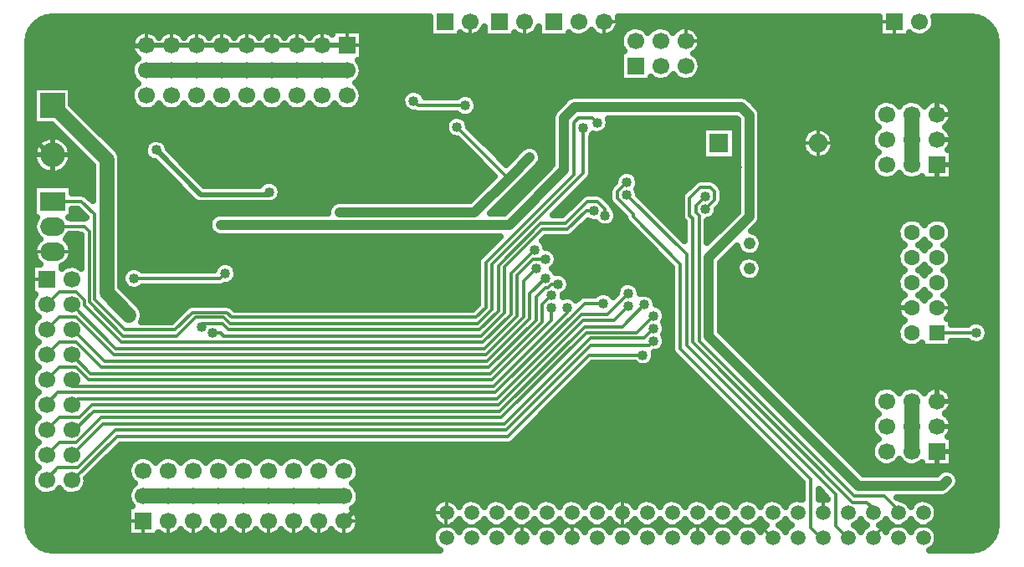
<source format=gbl>
G04 DipTrace 2.4.0.2*
%INBottom.gbr*%
%MOIN*%
%ADD13C,0.0197*%
%ADD14C,0.0125*%
%ADD15C,0.025*%
%ADD17C,0.0591*%
%ADD18C,0.0394*%
%ADD19C,0.013*%
%ADD23R,0.0748X0.0748*%
%ADD24C,0.0748*%
%ADD30R,0.0669X0.0669*%
%ADD31C,0.0669*%
%ADD32R,0.0984X0.0984*%
%ADD33C,0.0984*%
%ADD34R,0.063X0.063*%
%ADD35C,0.063*%
%ADD36R,0.0984X0.0748*%
%ADD37O,0.0984X0.0748*%
%ADD40C,0.2165*%
%ADD42C,0.0591*%
%ADD43C,0.2165*%
%ADD50C,0.048*%
%ADD51C,0.04*%
%FSLAX44Y44*%
G04*
G70*
G90*
G75*
G01*
%LNBottom*%
%LPD*%
X17055Y24441D2*
D13*
X16055D1*
X15055D1*
X14055D1*
X13055D1*
X12055D1*
X11055D1*
X10055D1*
X9055D1*
X5315Y20079D2*
X5217D1*
X4429Y20866D1*
Y22835D1*
X4724Y23130D1*
X5402D1*
X7185D1*
X8465Y24409D1*
X9024D1*
X9055Y24441D1*
X5315Y24606D2*
Y23216D1*
X5402Y23130D1*
X27868Y19587D2*
X32579D1*
X36016Y12795D2*
X37697D1*
X38878Y13976D1*
X39535D1*
X39551Y13992D1*
X27165Y10658D2*
Y8268D1*
Y7283D1*
X26305Y6423D1*
X20516D1*
X19954Y6985D1*
X19094D1*
X18434D1*
X16929Y5480D1*
X28329Y11548D2*
X28055D1*
X27165Y10658D1*
X15391Y8298D2*
X15766D1*
X15736Y8268D1*
X24579D1*
X27165D1*
X24579Y9110D2*
Y8268D1*
X34012Y4817D2*
D14*
X33997D1*
X33516Y5298D1*
X31012D1*
X28012D1*
X25932D1*
X24012D1*
X20993D1*
X20766D1*
X20704Y5235D1*
X20516Y5423D1*
Y6423D1*
X31012Y4817D2*
Y5298D1*
X28012Y5817D2*
Y5298D1*
X26012Y4817D2*
Y5217D1*
X25932Y5298D1*
X24012Y4817D2*
Y5298D1*
X20993D2*
Y5798D1*
X21012Y5817D1*
X38012Y4817D2*
Y4856D1*
X38454Y5298D1*
X40329D1*
X40391Y5360D1*
X40454D1*
X40579Y5485D1*
Y5923D1*
X41579Y6923D1*
Y7860D1*
X41141Y8298D1*
X40581D1*
X40551Y8268D1*
X19095Y5317D2*
X19094Y6985D1*
X41930Y5317D2*
X41579Y5668D1*
Y6923D1*
X41930Y24608D2*
X40551Y23230D1*
Y21685D1*
X19095Y24608D2*
X18928Y24441D1*
X17055D1*
X18799Y16732D2*
D13*
X11909D1*
X11319Y17323D1*
D14*
Y17561D1*
X11360D1*
X11811Y18012D1*
X23704Y18423D2*
X25016Y19735D1*
Y20110D1*
X19454Y14047D2*
Y16078D1*
X18799Y16732D1*
X6079Y7110D2*
X6141D1*
X7891Y8860D1*
X23454D1*
X26700Y12106D1*
X28839D1*
X29266Y12673D2*
X29079Y12485D1*
X26766D1*
X23391Y9110D1*
X7829D1*
X6329Y7610D1*
X5516D1*
X5079Y7173D1*
Y7110D1*
X6079Y8110D2*
X7329Y9360D1*
X23329D1*
X26766Y12798D1*
X28891D1*
X29266Y13173D1*
X5079Y8110D2*
X5579Y8610D1*
X6266D1*
X7266Y9610D1*
X23204D1*
X26579Y12985D1*
X28579D1*
X29266Y13673D1*
X28891Y14110D2*
X28016Y13235D1*
X26516D1*
X23141Y9860D1*
X6954D1*
X6204Y9110D1*
X6079D1*
X5079D2*
X5579Y9610D1*
X6391D1*
X6891Y10110D1*
X23079D1*
X26454Y13485D1*
X27704D1*
X28266Y14048D1*
X6079Y10110D2*
X6329Y10360D1*
X23016D1*
X26385Y13729D1*
X27411D1*
X28248Y14567D1*
X27264Y14173D2*
X26517D1*
X22954Y10610D1*
X5516D1*
X5079Y10173D1*
Y10110D1*
X6079Y11110D2*
Y10860D1*
X22891D1*
X25829Y13798D1*
Y13985D1*
X5079Y11110D2*
X5579Y11610D1*
X6266D1*
X6766Y11110D1*
X22829D1*
X25204Y13485D1*
Y13985D1*
Y14485D2*
X24829Y14110D1*
Y13423D1*
X22766Y11360D1*
X6829D1*
X6079Y12110D1*
X25454Y14923D2*
X25204D1*
X25075Y14794D1*
X24950D1*
X24579Y14423D1*
Y13485D1*
X22704Y11610D1*
X7266D1*
X6266Y12610D1*
X5579D1*
X5079Y12110D1*
X24954Y15173D2*
X24329Y14548D1*
Y13548D1*
X22641Y11860D1*
X7391D1*
X6141Y13110D1*
X6079D1*
X24579Y15548D2*
X24079Y15048D1*
Y13610D1*
X22579Y12110D1*
X7766D1*
X6266Y13610D1*
X5579D1*
X5079Y13110D1*
X6079Y14110D2*
X7829Y12360D1*
X22516D1*
X23829Y13673D1*
Y15298D1*
X24454Y15923D1*
X24954D1*
X5079Y14110D2*
X5579Y14610D1*
X6266D1*
X6579Y14298D1*
Y14091D1*
X8059Y12610D1*
X22454D1*
X23579Y13735D1*
Y15360D1*
X24516Y16298D1*
X28204Y18485D2*
X30579Y16110D1*
Y12485D1*
X36516Y6548D1*
Y5298D1*
X36997Y4817D1*
X37012D1*
X28204Y18985D2*
X27829Y18610D1*
Y18360D1*
X28454Y17735D1*
Y17610D1*
X30329Y15735D1*
Y12360D1*
X35516Y7173D1*
Y5235D1*
X35934Y4817D1*
X36012D1*
X5329Y17235D2*
X6584D1*
X6791Y17028D1*
Y14210D1*
X8141Y12860D1*
X10266D1*
X11016Y13610D1*
X12141D1*
X12391Y13360D1*
X22266D1*
X22829Y13923D1*
Y15735D1*
X26454Y19360D1*
Y21173D1*
X5329Y18235D2*
X6469D1*
X6988Y17717D1*
Y14326D1*
X8204Y13110D1*
X10204D1*
X10891Y13798D1*
X12266D1*
X12454Y13610D1*
X22204D1*
X22579Y13985D1*
Y15798D1*
X26079Y19298D1*
Y21360D1*
X26266Y21548D1*
X26829D1*
X27016Y21360D1*
X11704Y12985D2*
X12016D1*
X12141Y12860D1*
X22391D1*
X23329Y13798D1*
Y15610D1*
X24829Y17110D1*
X25829D1*
X26579Y17860D1*
X26891D1*
X11266Y13235D2*
Y13360D1*
X12079D1*
X12329Y13110D1*
X22329D1*
X23079Y13860D1*
Y15673D1*
X24766Y17360D1*
X25766D1*
X26641Y18235D1*
X27016D1*
X27329Y17923D1*
Y17673D1*
X21766Y22048D2*
X19891D1*
X19704Y22235D1*
X31335Y17929D2*
X31704Y18298D1*
Y18610D1*
X31516Y18798D1*
X31141D1*
X30704Y18360D1*
Y17673D1*
X30829Y17548D1*
Y12610D1*
X37204Y6235D1*
X37766D1*
X38012Y5989D1*
Y5817D1*
X31335Y18429D2*
X30954Y18048D1*
Y17798D1*
X31079Y17673D1*
Y12673D1*
X37266Y6485D1*
X38454D1*
X39012Y5927D1*
Y5817D1*
X8929Y6480D2*
D17*
X9929D1*
X10929D1*
X11929D1*
X12929D1*
X13929D1*
X14929D1*
X15929D1*
X16929D1*
X13954Y18602D2*
D13*
Y18504D1*
X11220D1*
X9449Y20276D1*
X8366Y13698D2*
D17*
X7480Y14584D1*
Y19882D1*
X5315Y22047D1*
X9055Y23441D2*
X10055D1*
X11055D1*
X12055D1*
X13055D1*
X14055D1*
X15055D1*
X16055D1*
X17055D1*
X12011Y17298D2*
D18*
X23516D1*
X25704Y19485D1*
Y21570D1*
X26119Y21985D1*
X32704D1*
X32766D1*
X33079Y21673D1*
Y17610D1*
X31454Y15985D1*
Y12860D1*
X37424Y6890D1*
X40748D1*
X40945Y7087D1*
X40551Y12992D2*
D14*
X42126Y12985D1*
X39551Y19685D2*
D17*
Y20685D1*
Y21685D1*
Y8268D2*
Y9268D1*
Y10268D1*
X8563Y15157D2*
D14*
X12008D1*
X12205Y15354D1*
X16766Y17798D2*
D18*
X22141D1*
X23579Y19235D1*
X24329Y19985D1*
X21442Y21185D2*
D14*
X23391Y19235D1*
X23579D1*
D51*
X27868Y19587D3*
X32579D3*
X36016Y12795D3*
X27165Y10658D3*
X28329Y11548D3*
X27165Y10658D3*
X15391Y8298D3*
X24579Y9110D3*
X18799Y16732D3*
X23704Y18423D3*
X19454Y14047D3*
X18799Y16732D3*
X28839Y12106D3*
X29266Y12673D3*
Y13173D3*
Y13673D3*
X28891Y14110D3*
X28266Y14048D3*
X28248Y14567D3*
X27264Y14173D3*
X25829Y13985D3*
X25204D3*
Y14485D3*
X25454Y14923D3*
X24954Y15173D3*
X24579Y15548D3*
X24954Y15923D3*
X24516Y16298D3*
X28204Y18485D3*
Y18985D3*
X26454Y21173D3*
X27016Y21360D3*
X11704Y12985D3*
X26891Y17860D3*
X11266Y13235D3*
X27329Y17673D3*
X21766Y22048D3*
X19704Y22235D3*
X31335Y17929D3*
Y18429D3*
X13954Y18602D3*
X9449Y20276D3*
X8366Y13698D3*
X32704Y21985D3*
X12011Y17298D3*
X40945Y7087D3*
X42126Y12985D3*
X8563Y15157D3*
X12205Y15354D3*
X16766Y17798D3*
X24329Y19985D3*
X21442Y21185D3*
X12205Y19783D3*
Y19390D3*
Y18996D3*
X11024Y20669D3*
X12205D3*
X11811D3*
X11417D3*
X12205Y18012D3*
X11811D3*
X20141Y25360D3*
X26641Y24110D3*
X32329Y14860D3*
X34579Y17548D3*
X30579Y19985D3*
X29079Y18235D3*
X33268Y22736D3*
X33829Y20235D3*
X34016Y11673D3*
X32016Y9860D3*
X38704Y12485D3*
X42126Y11024D3*
X35079Y6860D3*
X19016Y7485D3*
X32266Y22985D3*
X9329Y15610D3*
X7087Y5512D3*
X18641Y21610D3*
X19516Y19610D3*
X27559Y22835D3*
X28766Y21423D3*
X38016Y18110D3*
X31454Y8048D3*
X29266Y14923D3*
X34766Y10673D3*
X42204Y18798D3*
X25016Y20110D3*
X12598Y18012D3*
X12992D3*
X38780Y23130D3*
X36024Y24409D3*
X32579Y8735D3*
X31329Y9360D3*
X34579Y11173D3*
X34141Y12235D3*
X6424Y25217D2*
D15*
X17663D1*
X6174Y24968D2*
X8745D1*
X9365D2*
X9745D1*
X10365D2*
X10745D1*
X11365D2*
X11745D1*
X12365D2*
X12745D1*
X13365D2*
X13745D1*
X14365D2*
X14745D1*
X15365D2*
X15745D1*
X5924Y24719D2*
X8499D1*
X5678Y24471D2*
X8433D1*
X5428Y24222D2*
X8472D1*
X5178Y23973D2*
X8655D1*
X4932Y23725D2*
X8503D1*
X4682Y23476D2*
X8433D1*
X4481Y23227D2*
X8472D1*
X4481Y22979D2*
X8648D1*
X17463D2*
X17663D1*
X6096Y22730D2*
X8507D1*
X6096Y22481D2*
X8433D1*
X6096Y22233D2*
X8468D1*
X6194Y21984D2*
X8644D1*
X9467D2*
X9644D1*
X10467D2*
X10644D1*
X11467D2*
X11644D1*
X12467D2*
X12644D1*
X13467D2*
X13644D1*
X14467D2*
X14644D1*
X15467D2*
X15644D1*
X16467D2*
X16644D1*
X17467D2*
X17663D1*
X6444Y21735D2*
X17663D1*
X6694Y21487D2*
X17663D1*
X4481Y21238D2*
X5308D1*
X6940D2*
X17663D1*
X4481Y20989D2*
X5558D1*
X7190D2*
X17663D1*
X4481Y20740D2*
X4921D1*
X5709D2*
X5803D1*
X7440D2*
X17663D1*
X4481Y20492D2*
X4655D1*
X5975D2*
X6054D1*
X7686D2*
X9011D1*
X9885D2*
X17663D1*
X6080Y20243D2*
X6304D1*
X7932D2*
X8960D1*
X10022D2*
X17663D1*
X6092Y19994D2*
X6550D1*
X8053D2*
X9054D1*
X10268D2*
X17663D1*
X4481Y19746D2*
X4608D1*
X6018D2*
X6800D1*
X8065D2*
X9440D1*
X10518D2*
X17663D1*
X4481Y19497D2*
X4804D1*
X5823D2*
X6894D1*
X8065D2*
X9690D1*
X10768D2*
X17663D1*
X4481Y19248D2*
X6894D1*
X8065D2*
X9937D1*
X11014D2*
X17663D1*
X4481Y19000D2*
X6894D1*
X8065D2*
X10187D1*
X11264D2*
X13687D1*
X14221D2*
X17663D1*
X9600Y18751D2*
X10437D1*
X14420D2*
X17663D1*
X9850Y18502D2*
X10683D1*
X14432D2*
X17663D1*
X10096Y18254D2*
X10933D1*
X14287D2*
X16651D1*
X10346Y18005D2*
X16323D1*
X10596Y17756D2*
X11909D1*
X16481Y25041D2*
X17655D1*
Y23841D1*
X17501D1*
X17596Y23699D1*
X17638Y23582D1*
X17655Y23441D1*
X17642Y23317D1*
X17603Y23198D1*
X17541Y23090D1*
X17458Y22997D1*
X17386Y22944D1*
X17445Y22896D1*
X17531Y22806D1*
X17596Y22699D1*
X17638Y22582D1*
X17655Y22441D1*
X17642Y22317D1*
X17603Y22198D1*
X17541Y22090D1*
X17458Y21997D1*
X17357Y21923D1*
X17244Y21872D1*
X17122Y21845D1*
X16997Y21844D1*
X16875Y21869D1*
X16760Y21919D1*
X16659Y21991D1*
X16556Y22113D1*
X16458Y21997D1*
X16357Y21923D1*
X16244Y21872D1*
X16122Y21845D1*
X15997Y21844D1*
X15875Y21869D1*
X15760Y21919D1*
X15659Y21991D1*
X15556Y22113D1*
X15458Y21997D1*
X15357Y21923D1*
X15244Y21872D1*
X15122Y21845D1*
X14997Y21844D1*
X14875Y21869D1*
X14760Y21919D1*
X14659Y21991D1*
X14556Y22113D1*
X14458Y21997D1*
X14357Y21923D1*
X14244Y21872D1*
X14122Y21845D1*
X13997Y21844D1*
X13875Y21869D1*
X13760Y21919D1*
X13659Y21991D1*
X13556Y22113D1*
X13458Y21997D1*
X13357Y21923D1*
X13244Y21872D1*
X13122Y21845D1*
X12997Y21844D1*
X12875Y21869D1*
X12760Y21919D1*
X12659Y21991D1*
X12556Y22113D1*
X12458Y21997D1*
X12357Y21923D1*
X12244Y21872D1*
X12122Y21845D1*
X11997Y21844D1*
X11875Y21869D1*
X11760Y21919D1*
X11659Y21991D1*
X11556Y22113D1*
X11458Y21997D1*
X11357Y21923D1*
X11244Y21872D1*
X11122Y21845D1*
X10997Y21844D1*
X10875Y21869D1*
X10760Y21919D1*
X10659Y21991D1*
X10556Y22113D1*
X10458Y21997D1*
X10357Y21923D1*
X10244Y21872D1*
X10122Y21845D1*
X9997Y21844D1*
X9875Y21869D1*
X9760Y21919D1*
X9659Y21991D1*
X9556Y22113D1*
X9458Y21997D1*
X9357Y21923D1*
X9244Y21872D1*
X9122Y21845D1*
X8997Y21844D1*
X8875Y21869D1*
X8760Y21919D1*
X8659Y21991D1*
X8574Y22083D1*
X8510Y22190D1*
X8470Y22308D1*
X8456Y22432D1*
X8467Y22557D1*
X8503Y22676D1*
X8564Y22785D1*
X8646Y22879D1*
X8724Y22938D1*
X8659Y22991D1*
X8574Y23083D1*
X8510Y23190D1*
X8470Y23308D1*
X8456Y23432D1*
X8467Y23557D1*
X8503Y23676D1*
X8564Y23785D1*
X8646Y23879D1*
X8724Y23938D1*
X8623Y24026D1*
X8546Y24124D1*
X8491Y24237D1*
X8461Y24358D1*
X8457Y24482D1*
X8478Y24605D1*
X8525Y24721D1*
X8594Y24825D1*
X8684Y24912D1*
X8789Y24978D1*
X8906Y25022D1*
X9030Y25040D1*
X9154Y25032D1*
X9275Y24999D1*
X9385Y24941D1*
X9482Y24862D1*
X9555Y24772D1*
X9628Y24862D1*
X9724Y24941D1*
X9835Y24999D1*
X9955Y25032D1*
X10080Y25040D1*
X10203Y25022D1*
X10320Y24979D1*
X10426Y24912D1*
X10515Y24825D1*
X10555Y24772D1*
X10628Y24862D1*
X10724Y24941D1*
X10835Y24999D1*
X10955Y25032D1*
X11080Y25040D1*
X11203Y25022D1*
X11320Y24979D1*
X11426Y24912D1*
X11515Y24825D1*
X11555Y24772D1*
X11628Y24862D1*
X11724Y24941D1*
X11835Y24999D1*
X11955Y25032D1*
X12080Y25040D1*
X12203Y25022D1*
X12320Y24979D1*
X12426Y24912D1*
X12515Y24825D1*
X12555Y24772D1*
X12628Y24862D1*
X12724Y24941D1*
X12835Y24999D1*
X12955Y25032D1*
X13080Y25040D1*
X13203Y25022D1*
X13320Y24979D1*
X13426Y24912D1*
X13515Y24825D1*
X13555Y24772D1*
X13628Y24862D1*
X13724Y24941D1*
X13835Y24999D1*
X13955Y25032D1*
X14080Y25040D1*
X14203Y25022D1*
X14320Y24979D1*
X14426Y24912D1*
X14515Y24825D1*
X14555Y24772D1*
X14628Y24862D1*
X14724Y24941D1*
X14835Y24999D1*
X14955Y25032D1*
X15080Y25040D1*
X15203Y25022D1*
X15320Y24979D1*
X15426Y24912D1*
X15515Y24825D1*
X15555Y24772D1*
X15628Y24862D1*
X15724Y24941D1*
X15835Y24999D1*
X15955Y25032D1*
X16080Y25040D1*
X16203Y25022D1*
X16320Y24979D1*
X16426Y24912D1*
X16456Y24891D1*
Y25041D1*
X16481D1*
X4683Y22804D2*
X6072D1*
Y22082D1*
X7876Y20278D1*
X7954Y20181D1*
X8009Y20068D1*
X8037Y19943D1*
X8041Y19507D1*
Y18925D1*
X9354Y18922D1*
X9439Y18888D1*
X10585Y17741D1*
X11879Y17743D1*
X11981Y17758D1*
X16304Y17760D1*
X16303Y17837D1*
X16330Y17959D1*
X16388Y18069D1*
X16474Y18159D1*
X16580Y18224D1*
X16700Y18258D1*
X17692Y18260D1*
X17690Y24493D1*
Y25466D1*
X6645D1*
X4455Y23274D1*
X4456Y18924D1*
X6921D1*
X6920Y19650D1*
X5281Y21289D1*
X4558Y21290D1*
Y22804D1*
X4683D1*
X6072Y20054D2*
X6052Y19905D1*
X6003Y19764D1*
X5928Y19634D1*
X5828Y19522D1*
X5709Y19432D1*
X5574Y19367D1*
X5429Y19330D1*
X5279Y19323D1*
X5131Y19344D1*
X4990Y19395D1*
X4862Y19472D1*
X4751Y19573D1*
X4663Y19694D1*
X4600Y19830D1*
X4565Y19976D1*
X4559Y20125D1*
X4583Y20273D1*
X4636Y20413D1*
X4715Y20541D1*
X4818Y20650D1*
X4940Y20736D1*
X5077Y20797D1*
X5223Y20830D1*
X5372Y20834D1*
X5520Y20808D1*
X5659Y20753D1*
X5785Y20672D1*
X5893Y20568D1*
X5978Y20444D1*
X6037Y20307D1*
X6068Y20160D1*
X6072Y20054D1*
X13903Y18141D2*
X11220D1*
X11098Y18162D1*
X10975Y18236D1*
X9397Y19813D1*
X9306Y19833D1*
X9194Y19887D1*
X9100Y19968D1*
X9031Y20072D1*
X8992Y20190D1*
X8986Y20315D1*
X9013Y20437D1*
X9071Y20547D1*
X9157Y20637D1*
X9263Y20702D1*
X9383Y20736D1*
X9508Y20737D1*
X9628Y20705D1*
X9736Y20641D1*
X9823Y20552D1*
X9883Y20443D1*
X9911Y20325D1*
X11371Y18867D1*
X13568D1*
X13662Y18964D1*
X13768Y19029D1*
X13888Y19063D1*
X14013Y19064D1*
X14133Y19031D1*
X14241Y18968D1*
X14327Y18879D1*
X14387Y18770D1*
X14419Y18602D1*
X14402Y18479D1*
X14353Y18364D1*
X14275Y18267D1*
X14175Y18193D1*
X14058Y18149D1*
X13915Y18141D1*
X17055Y25040D2*
D19*
Y24441D1*
X17654D1*
X16055Y25040D2*
Y24441D1*
X15055Y25040D2*
Y24441D1*
X14055Y25040D2*
Y24441D1*
X13055Y25040D2*
Y24441D1*
X12055Y25040D2*
Y24441D1*
X11055Y25040D2*
Y24441D1*
X10055Y25040D2*
Y24441D1*
X9055Y25040D2*
Y24441D1*
X8456D2*
X9055D1*
X5315Y20835D2*
D13*
Y19322D1*
X4558Y20079D2*
X6072D1*
X4696Y25351D2*
D15*
X20334D1*
X27903D2*
X38244D1*
X40493D2*
X42545D1*
X4482Y25102D2*
X20334D1*
X27829D2*
X28158D1*
X28927D2*
X29158D1*
X29927D2*
X30158D1*
X30927D2*
X38244D1*
X40419D2*
X42760D1*
X4384Y24853D2*
X8596D1*
X9517D2*
X9598D1*
X10517D2*
X10598D1*
X11517D2*
X11598D1*
X12517D2*
X12598D1*
X13517D2*
X13598D1*
X14517D2*
X14598D1*
X15517D2*
X15598D1*
X17681D2*
X20334D1*
X21579D2*
X21674D1*
X22239D2*
X22498D1*
X23747D2*
X23834D1*
X24407D2*
X24654D1*
X25903D2*
X25995D1*
X26564D2*
X26994D1*
X27564D2*
X27967D1*
X31122D2*
X38244D1*
X39493D2*
X39583D1*
X40153D2*
X42861D1*
X4349Y24605D2*
X8455D1*
X17681D2*
X27920D1*
X31169D2*
X42893D1*
X4349Y24356D2*
X8436D1*
X17681D2*
X27982D1*
X31107D2*
X42896D1*
X4349Y24107D2*
X8533D1*
X17681D2*
X27920D1*
X30919D2*
X42896D1*
X4349Y23859D2*
X8600D1*
X17681D2*
X27920D1*
X31118D2*
X42896D1*
X4349Y23610D2*
X8455D1*
X17653D2*
X27920D1*
X31169D2*
X42896D1*
X4349Y23361D2*
X8436D1*
X17673D2*
X27920D1*
X31107D2*
X42896D1*
X4349Y23113D2*
X8529D1*
X17583D2*
X27920D1*
X29884D2*
X30201D1*
X30884D2*
X42896D1*
X4349Y22864D2*
X8603D1*
X17505D2*
X42896D1*
X4349Y22615D2*
X4535D1*
X6099D2*
X8455D1*
X17653D2*
X19412D1*
X19997D2*
X42896D1*
X4349Y22366D2*
X4535D1*
X6099D2*
X8436D1*
X17673D2*
X19232D1*
X22130D2*
X25834D1*
X33052D2*
X42896D1*
X4349Y22118D2*
X4535D1*
X6099D2*
X8525D1*
X17583D2*
X19228D1*
X22251D2*
X25572D1*
X33310D2*
X38111D1*
X38989D2*
X39110D1*
X39989D2*
X40110D1*
X40989D2*
X42896D1*
X4349Y21869D2*
X4535D1*
X6310D2*
X8850D1*
X9259D2*
X9850D1*
X10259D2*
X10850D1*
X11259D2*
X11850D1*
X12259D2*
X12850D1*
X13259D2*
X13850D1*
X14259D2*
X14850D1*
X15259D2*
X15850D1*
X16259D2*
X16850D1*
X17259D2*
X19393D1*
X22220D2*
X25326D1*
X33521D2*
X37955D1*
X41146D2*
X42896D1*
X4349Y21620D2*
X4535D1*
X6560D2*
X21256D1*
X21974D2*
X25221D1*
X33564D2*
X37932D1*
X41173D2*
X42896D1*
X4349Y21372D2*
X4535D1*
X6806D2*
X20990D1*
X21892D2*
X25217D1*
X27505D2*
X32592D1*
X33564D2*
X38014D1*
X41087D2*
X42896D1*
X4349Y21123D2*
X5424D1*
X7056D2*
X20955D1*
X21993D2*
X25217D1*
X27443D2*
X31209D1*
X33564D2*
X35514D1*
X36107D2*
X38115D1*
X40986D2*
X42896D1*
X4349Y20874D2*
X5670D1*
X7306D2*
X21072D1*
X22239D2*
X25217D1*
X26833D2*
X31209D1*
X33564D2*
X35236D1*
X36380D2*
X37959D1*
X41146D2*
X42896D1*
X4349Y20626D2*
X4768D1*
X7552D2*
X9119D1*
X9778D2*
X21514D1*
X22489D2*
X25217D1*
X26806D2*
X31209D1*
X33564D2*
X35150D1*
X36470D2*
X37932D1*
X41173D2*
X42896D1*
X4349Y20377D2*
X4596D1*
X6036D2*
X6169D1*
X7802D2*
X8971D1*
X9927D2*
X21760D1*
X22739D2*
X24053D1*
X24603D2*
X25217D1*
X26806D2*
X31209D1*
X33564D2*
X35170D1*
X36450D2*
X38014D1*
X41091D2*
X42896D1*
X4349Y20128D2*
X4535D1*
X6095D2*
X6416D1*
X8009D2*
X8982D1*
X10134D2*
X22010D1*
X22986D2*
X23795D1*
X24794D2*
X25217D1*
X26806D2*
X31209D1*
X33564D2*
X35299D1*
X36318D2*
X38123D1*
X41177D2*
X42896D1*
X4349Y19880D2*
X4561D1*
X6071D2*
X6666D1*
X8064D2*
X9182D1*
X10384D2*
X22260D1*
X23236D2*
X23545D1*
X24806D2*
X25217D1*
X26806D2*
X32592D1*
X33564D2*
X37959D1*
X41177D2*
X42896D1*
X4349Y19631D2*
X4682D1*
X5950D2*
X6896D1*
X8064D2*
X9557D1*
X10634D2*
X22506D1*
X24653D2*
X25170D1*
X26806D2*
X32592D1*
X33564D2*
X37928D1*
X41177D2*
X42896D1*
X4349Y19382D2*
X4994D1*
X5638D2*
X6896D1*
X8064D2*
X9803D1*
X10880D2*
X22756D1*
X24403D2*
X24924D1*
X26806D2*
X27936D1*
X28470D2*
X32592D1*
X33564D2*
X38010D1*
X41177D2*
X42896D1*
X4349Y19134D2*
X6896D1*
X8064D2*
X10053D1*
X11130D2*
X22799D1*
X24153D2*
X24674D1*
X26716D2*
X27736D1*
X28669D2*
X32592D1*
X33564D2*
X38291D1*
X38810D2*
X39291D1*
X39810D2*
X39928D1*
X41177D2*
X42896D1*
X4349Y18885D2*
X6896D1*
X8064D2*
X10303D1*
X11380D2*
X13561D1*
X14349D2*
X22549D1*
X23907D2*
X24424D1*
X26466D2*
X27615D1*
X28681D2*
X30740D1*
X31915D2*
X32592D1*
X33564D2*
X42896D1*
X4349Y18636D2*
X4543D1*
X6111D2*
X6896D1*
X8064D2*
X10549D1*
X14443D2*
X22303D1*
X23657D2*
X24178D1*
X26216D2*
X27478D1*
X28669D2*
X30490D1*
X32056D2*
X32592D1*
X33564D2*
X42896D1*
X4349Y18387D2*
X4543D1*
X6806D2*
X6893D1*
X8064D2*
X10799D1*
X14392D2*
X22053D1*
X23407D2*
X23928D1*
X25970D2*
X26307D1*
X27353D2*
X27474D1*
X28790D2*
X30353D1*
X32056D2*
X32592D1*
X33564D2*
X42896D1*
X4349Y18139D2*
X4543D1*
X8064D2*
X13896D1*
X14010D2*
X16424D1*
X23161D2*
X23678D1*
X25720D2*
X26057D1*
X29036D2*
X30350D1*
X32017D2*
X32592D1*
X33564D2*
X42896D1*
X4349Y17890D2*
X4543D1*
X6111D2*
X6326D1*
X8064D2*
X16287D1*
X22911D2*
X23432D1*
X25470D2*
X25807D1*
X29286D2*
X30350D1*
X31821D2*
X32592D1*
X33564D2*
X42896D1*
X4349Y17641D2*
X4543D1*
X6111D2*
X6576D1*
X8064D2*
X11674D1*
X27818D2*
X28061D1*
X29536D2*
X30353D1*
X31724D2*
X32432D1*
X33564D2*
X42896D1*
X4349Y17393D2*
X4568D1*
X8064D2*
X11533D1*
X26599D2*
X26932D1*
X27724D2*
X28186D1*
X29782D2*
X30475D1*
X31431D2*
X32182D1*
X33513D2*
X39107D1*
X39993D2*
X40104D1*
X40993D2*
X42896D1*
X4349Y17144D2*
X4553D1*
X8064D2*
X11549D1*
X26349D2*
X28432D1*
X30032D2*
X30475D1*
X31431D2*
X31936D1*
X33290D2*
X38967D1*
X41134D2*
X42896D1*
X4349Y16895D2*
X4646D1*
X6013D2*
X6436D1*
X8064D2*
X11752D1*
X26103D2*
X28682D1*
X30282D2*
X30475D1*
X31431D2*
X31686D1*
X33470D2*
X38955D1*
X41150D2*
X42896D1*
X4349Y16647D2*
X4697D1*
X5962D2*
X6439D1*
X8064D2*
X22939D1*
X24853D2*
X28928D1*
X33599D2*
X39061D1*
X41040D2*
X42896D1*
X4349Y16398D2*
X4568D1*
X6091D2*
X6439D1*
X8064D2*
X22689D1*
X24993D2*
X29178D1*
X33587D2*
X39111D1*
X39989D2*
X40110D1*
X40989D2*
X42896D1*
X4349Y16149D2*
X4553D1*
X6107D2*
X6439D1*
X8064D2*
X22443D1*
X25384D2*
X29428D1*
X32294D2*
X32744D1*
X33415D2*
X38967D1*
X41134D2*
X42896D1*
X4349Y15901D2*
X4643D1*
X6017D2*
X6439D1*
X8064D2*
X22244D1*
X25443D2*
X29674D1*
X32048D2*
X32693D1*
X33466D2*
X38955D1*
X41150D2*
X42896D1*
X4349Y15652D2*
X4458D1*
X6361D2*
X6440D1*
X8064D2*
X11822D1*
X12587D2*
X22225D1*
X25357D2*
X29924D1*
X31939D2*
X32561D1*
X33599D2*
X39057D1*
X41044D2*
X42896D1*
X4349Y15403D2*
X4458D1*
X8064D2*
X8145D1*
X12693D2*
X22225D1*
X25384D2*
X29975D1*
X31939D2*
X32568D1*
X33587D2*
X39119D1*
X39986D2*
X40116D1*
X40986D2*
X42896D1*
X4349Y15155D2*
X4458D1*
X12650D2*
X22225D1*
X25880D2*
X29975D1*
X31939D2*
X32736D1*
X33419D2*
X38971D1*
X41134D2*
X42896D1*
X4349Y14906D2*
X4458D1*
X8064D2*
X8150D1*
X12353D2*
X22225D1*
X25943D2*
X27904D1*
X28591D2*
X29975D1*
X31939D2*
X38951D1*
X41150D2*
X42896D1*
X4349Y14657D2*
X4458D1*
X8224D2*
X22225D1*
X25861D2*
X27768D1*
X28728D2*
X29975D1*
X31939D2*
X39053D1*
X41048D2*
X42896D1*
X4349Y14408D2*
X4535D1*
X8474D2*
X22225D1*
X26044D2*
X26264D1*
X29275D2*
X29975D1*
X31939D2*
X39123D1*
X39978D2*
X40122D1*
X40978D2*
X42896D1*
X4349Y14160D2*
X4458D1*
X8720D2*
X22225D1*
X29380D2*
X29975D1*
X31939D2*
X38971D1*
X41130D2*
X42896D1*
X4349Y13911D2*
X4489D1*
X8907D2*
X10518D1*
X29689D2*
X29975D1*
X31939D2*
X38951D1*
X41150D2*
X42896D1*
X4349Y13662D2*
X4654D1*
X8950D2*
X10268D1*
X29755D2*
X29975D1*
X31939D2*
X39049D1*
X41052D2*
X42896D1*
X4349Y13414D2*
X4535D1*
X29689D2*
X29975D1*
X31939D2*
X39127D1*
X41157D2*
X41920D1*
X42329D2*
X42896D1*
X4349Y13165D2*
X4458D1*
X29755D2*
X29975D1*
X31939D2*
X38975D1*
X42579D2*
X42896D1*
X4349Y12916D2*
X4489D1*
X29689D2*
X29975D1*
X32075D2*
X38951D1*
X42611D2*
X42896D1*
X4349Y12668D2*
X4650D1*
X29755D2*
X29975D1*
X32325D2*
X39045D1*
X42489D2*
X42896D1*
X4349Y12419D2*
X4543D1*
X29681D2*
X29975D1*
X32571D2*
X39439D1*
X39660D2*
X39947D1*
X41157D2*
X42896D1*
X4349Y12170D2*
X4458D1*
X29325D2*
X30037D1*
X32821D2*
X42896D1*
X4349Y11922D2*
X4481D1*
X29290D2*
X30279D1*
X33071D2*
X42896D1*
X4349Y11673D2*
X4643D1*
X26755D2*
X28646D1*
X29032D2*
X30529D1*
X33318D2*
X42896D1*
X4349Y11424D2*
X4543D1*
X26505D2*
X30775D1*
X33568D2*
X42896D1*
X4349Y11176D2*
X4458D1*
X26259D2*
X31025D1*
X33818D2*
X42896D1*
X4349Y10927D2*
X4481D1*
X26009D2*
X31275D1*
X34064D2*
X42896D1*
X4349Y10678D2*
X4639D1*
X25759D2*
X31521D1*
X34314D2*
X38088D1*
X39013D2*
X39090D1*
X40013D2*
X40090D1*
X41013D2*
X42896D1*
X4349Y10429D2*
X4543D1*
X25513D2*
X31771D1*
X34564D2*
X37947D1*
X41153D2*
X42896D1*
X4349Y10181D2*
X4458D1*
X25263D2*
X32021D1*
X34810D2*
X37932D1*
X41169D2*
X42896D1*
X4349Y9932D2*
X4481D1*
X25013D2*
X32268D1*
X35060D2*
X38029D1*
X41071D2*
X42896D1*
X4349Y9683D2*
X4635D1*
X24767D2*
X32518D1*
X35310D2*
X38096D1*
X41009D2*
X42896D1*
X4349Y9435D2*
X4549D1*
X24517D2*
X32768D1*
X35556D2*
X37951D1*
X41153D2*
X42896D1*
X4349Y9186D2*
X4458D1*
X24267D2*
X33014D1*
X35806D2*
X37932D1*
X41169D2*
X42896D1*
X4349Y8937D2*
X4481D1*
X24021D2*
X33264D1*
X36056D2*
X38025D1*
X41075D2*
X42896D1*
X4349Y8689D2*
X4627D1*
X23771D2*
X33514D1*
X36302D2*
X38100D1*
X41177D2*
X42896D1*
X4349Y8440D2*
X4553D1*
X7958D2*
X33760D1*
X36552D2*
X37951D1*
X41177D2*
X42896D1*
X4349Y8191D2*
X4458D1*
X7712D2*
X34010D1*
X36802D2*
X37932D1*
X41177D2*
X42896D1*
X4349Y7943D2*
X4481D1*
X7462D2*
X8521D1*
X9337D2*
X9521D1*
X10337D2*
X10521D1*
X11337D2*
X11521D1*
X12337D2*
X12521D1*
X13337D2*
X13521D1*
X14337D2*
X14521D1*
X15337D2*
X15521D1*
X16337D2*
X16521D1*
X17337D2*
X34260D1*
X37048D2*
X38021D1*
X41177D2*
X42896D1*
X4349Y7694D2*
X4623D1*
X7212D2*
X8346D1*
X17513D2*
X34506D1*
X37298D2*
X38353D1*
X38751D2*
X39353D1*
X39751D2*
X39928D1*
X41177D2*
X42896D1*
X4349Y7445D2*
X4557D1*
X6966D2*
X8307D1*
X17552D2*
X34756D1*
X37548D2*
X40623D1*
X41267D2*
X42896D1*
X4349Y7197D2*
X4458D1*
X6716D2*
X8377D1*
X17482D2*
X35006D1*
X41423D2*
X42896D1*
X4349Y6948D2*
X4473D1*
X6681D2*
X8529D1*
X17329D2*
X35162D1*
X41415D2*
X42896D1*
X4349Y6699D2*
X4619D1*
X5540D2*
X5618D1*
X6540D2*
X8346D1*
X17513D2*
X35162D1*
X41236D2*
X42896D1*
X4349Y6450D2*
X8307D1*
X17552D2*
X35162D1*
X35868D2*
X36127D1*
X40915D2*
X42896D1*
X4349Y6202D2*
X8373D1*
X17486D2*
X20580D1*
X21443D2*
X21580D1*
X22443D2*
X22580D1*
X23443D2*
X23580D1*
X24443D2*
X24580D1*
X25443D2*
X25580D1*
X26443D2*
X26580D1*
X27443D2*
X27580D1*
X28443D2*
X28580D1*
X29443D2*
X29580D1*
X30443D2*
X30580D1*
X31443D2*
X31580D1*
X32443D2*
X32580D1*
X33443D2*
X33580D1*
X34443D2*
X34580D1*
X39443D2*
X39580D1*
X40443D2*
X42896D1*
X4349Y5953D2*
X8307D1*
X17321D2*
X20443D1*
X40579D2*
X42896D1*
X4349Y5704D2*
X8307D1*
X17509D2*
X20439D1*
X40587D2*
X42896D1*
X4349Y5456D2*
X8307D1*
X17552D2*
X20561D1*
X21466D2*
X21561D1*
X22466D2*
X22561D1*
X23466D2*
X23561D1*
X24466D2*
X24561D1*
X25466D2*
X25561D1*
X26466D2*
X26561D1*
X27466D2*
X27561D1*
X28466D2*
X28561D1*
X29466D2*
X29561D1*
X30466D2*
X30561D1*
X31466D2*
X31561D1*
X32466D2*
X32561D1*
X33466D2*
X33561D1*
X34466D2*
X34561D1*
X37466D2*
X37561D1*
X38466D2*
X38561D1*
X39466D2*
X39561D1*
X40466D2*
X42896D1*
X4364Y5207D2*
X8307D1*
X17489D2*
X20584D1*
X21439D2*
X21584D1*
X22439D2*
X22584D1*
X23439D2*
X23584D1*
X24439D2*
X24584D1*
X25439D2*
X25584D1*
X26439D2*
X26584D1*
X27439D2*
X27584D1*
X28439D2*
X28584D1*
X29439D2*
X29584D1*
X30439D2*
X30584D1*
X31439D2*
X31584D1*
X32439D2*
X32584D1*
X33439D2*
X33584D1*
X34439D2*
X34584D1*
X37439D2*
X37584D1*
X38439D2*
X38584D1*
X39439D2*
X39584D1*
X40439D2*
X42881D1*
X4427Y4958D2*
X8307D1*
X10247D2*
X10611D1*
X11247D2*
X11611D1*
X12247D2*
X12611D1*
X13247D2*
X13611D1*
X14247D2*
X14611D1*
X15247D2*
X15611D1*
X16247D2*
X16611D1*
X17247D2*
X20447D1*
X40579D2*
X42818D1*
X4568Y4710D2*
X20439D1*
X40587D2*
X42678D1*
X4841Y4461D2*
X20557D1*
X40470D2*
X42404D1*
X31359Y21183D2*
X32511D1*
Y19905D1*
X31234D1*
Y21183D1*
X31359D1*
X36448Y20519D2*
X36431Y20396D1*
X36390Y20278D1*
X36327Y20170D1*
X36245Y20076D1*
X36145Y20001D1*
X36033Y19946D1*
X35913Y19914D1*
X35788Y19906D1*
X35664Y19922D1*
X35546Y19962D1*
X35438Y20024D1*
X35344Y20107D1*
X35268Y20205D1*
X35212Y20317D1*
X35180Y20438D1*
X35171Y20562D1*
X35186Y20686D1*
X35226Y20804D1*
X35288Y20913D1*
X35369Y21007D1*
X35468Y21084D1*
X35579Y21140D1*
X35699Y21174D1*
X35824Y21183D1*
X35948Y21168D1*
X36066Y21129D1*
X36175Y21068D1*
X36270Y20987D1*
X36347Y20889D1*
X36404Y20778D1*
X36438Y20658D1*
X36448Y20544D1*
Y20519D1*
X16481Y25041D2*
X17655D1*
Y23841D1*
X17501D1*
X17596Y23699D1*
X17638Y23582D1*
X17655Y23441D1*
X17642Y23317D1*
X17603Y23198D1*
X17541Y23090D1*
X17458Y22997D1*
X17386Y22944D1*
X17445Y22896D1*
X17531Y22806D1*
X17596Y22699D1*
X17638Y22582D1*
X17655Y22441D1*
X17642Y22317D1*
X17603Y22198D1*
X17541Y22090D1*
X17458Y21997D1*
X17357Y21923D1*
X17244Y21872D1*
X17122Y21845D1*
X16997Y21844D1*
X16875Y21869D1*
X16760Y21919D1*
X16659Y21991D1*
X16556Y22113D1*
X16458Y21997D1*
X16357Y21923D1*
X16244Y21872D1*
X16122Y21845D1*
X15997Y21844D1*
X15875Y21869D1*
X15760Y21919D1*
X15659Y21991D1*
X15556Y22113D1*
X15458Y21997D1*
X15357Y21923D1*
X15244Y21872D1*
X15122Y21845D1*
X14997Y21844D1*
X14875Y21869D1*
X14760Y21919D1*
X14659Y21991D1*
X14556Y22113D1*
X14458Y21997D1*
X14357Y21923D1*
X14244Y21872D1*
X14122Y21845D1*
X13997Y21844D1*
X13875Y21869D1*
X13760Y21919D1*
X13659Y21991D1*
X13556Y22113D1*
X13458Y21997D1*
X13357Y21923D1*
X13244Y21872D1*
X13122Y21845D1*
X12997Y21844D1*
X12875Y21869D1*
X12760Y21919D1*
X12659Y21991D1*
X12556Y22113D1*
X12458Y21997D1*
X12357Y21923D1*
X12244Y21872D1*
X12122Y21845D1*
X11997Y21844D1*
X11875Y21869D1*
X11760Y21919D1*
X11659Y21991D1*
X11556Y22113D1*
X11458Y21997D1*
X11357Y21923D1*
X11244Y21872D1*
X11122Y21845D1*
X10997Y21844D1*
X10875Y21869D1*
X10760Y21919D1*
X10659Y21991D1*
X10556Y22113D1*
X10458Y21997D1*
X10357Y21923D1*
X10244Y21872D1*
X10122Y21845D1*
X9997Y21844D1*
X9875Y21869D1*
X9760Y21919D1*
X9659Y21991D1*
X9556Y22113D1*
X9458Y21997D1*
X9357Y21923D1*
X9244Y21872D1*
X9122Y21845D1*
X8997Y21844D1*
X8875Y21869D1*
X8760Y21919D1*
X8659Y21991D1*
X8574Y22083D1*
X8510Y22190D1*
X8470Y22308D1*
X8456Y22432D1*
X8467Y22557D1*
X8503Y22676D1*
X8564Y22785D1*
X8646Y22879D1*
X8724Y22938D1*
X8659Y22991D1*
X8574Y23083D1*
X8510Y23190D1*
X8470Y23308D1*
X8456Y23432D1*
X8467Y23557D1*
X8503Y23676D1*
X8564Y23785D1*
X8646Y23879D1*
X8724Y23938D1*
X8623Y24026D1*
X8546Y24124D1*
X8491Y24237D1*
X8461Y24358D1*
X8457Y24482D1*
X8478Y24605D1*
X8525Y24721D1*
X8594Y24825D1*
X8684Y24912D1*
X8789Y24978D1*
X8906Y25022D1*
X9030Y25040D1*
X9154Y25032D1*
X9275Y24999D1*
X9385Y24941D1*
X9482Y24862D1*
X9555Y24772D1*
X9628Y24862D1*
X9724Y24941D1*
X9835Y24999D1*
X9955Y25032D1*
X10080Y25040D1*
X10203Y25022D1*
X10320Y24979D1*
X10426Y24912D1*
X10515Y24825D1*
X10555Y24772D1*
X10628Y24862D1*
X10724Y24941D1*
X10835Y24999D1*
X10955Y25032D1*
X11080Y25040D1*
X11203Y25022D1*
X11320Y24979D1*
X11426Y24912D1*
X11515Y24825D1*
X11555Y24772D1*
X11628Y24862D1*
X11724Y24941D1*
X11835Y24999D1*
X11955Y25032D1*
X12080Y25040D1*
X12203Y25022D1*
X12320Y24979D1*
X12426Y24912D1*
X12515Y24825D1*
X12555Y24772D1*
X12628Y24862D1*
X12724Y24941D1*
X12835Y24999D1*
X12955Y25032D1*
X13080Y25040D1*
X13203Y25022D1*
X13320Y24979D1*
X13426Y24912D1*
X13515Y24825D1*
X13555Y24772D1*
X13628Y24862D1*
X13724Y24941D1*
X13835Y24999D1*
X13955Y25032D1*
X14080Y25040D1*
X14203Y25022D1*
X14320Y24979D1*
X14426Y24912D1*
X14515Y24825D1*
X14555Y24772D1*
X14628Y24862D1*
X14724Y24941D1*
X14835Y24999D1*
X14955Y25032D1*
X15080Y25040D1*
X15203Y25022D1*
X15320Y24979D1*
X15426Y24912D1*
X15515Y24825D1*
X15555Y24772D1*
X15628Y24862D1*
X15724Y24941D1*
X15835Y24999D1*
X15955Y25032D1*
X16080Y25040D1*
X16203Y25022D1*
X16320Y24979D1*
X16426Y24912D1*
X16456Y24891D1*
Y25041D1*
X16481D1*
X8355Y6080D2*
X8483D1*
X8384Y6230D1*
X8344Y6348D1*
X8330Y6472D1*
X8341Y6596D1*
X8378Y6715D1*
X8438Y6824D1*
X8520Y6919D1*
X8598Y6977D1*
X8533Y7031D1*
X8448Y7122D1*
X8384Y7230D1*
X8344Y7348D1*
X8330Y7472D1*
X8341Y7596D1*
X8378Y7715D1*
X8438Y7824D1*
X8520Y7919D1*
X8619Y7994D1*
X8732Y8047D1*
X8854Y8075D1*
X8979Y8078D1*
X9101Y8055D1*
X9216Y8007D1*
X9319Y7936D1*
X9405Y7845D1*
X9427Y7809D1*
X9520Y7919D1*
X9619Y7994D1*
X9732Y8047D1*
X9854Y8075D1*
X9979Y8078D1*
X10101Y8055D1*
X10216Y8007D1*
X10319Y7936D1*
X10405Y7845D1*
X10427Y7809D1*
X10520Y7919D1*
X10619Y7994D1*
X10732Y8047D1*
X10854Y8075D1*
X10979Y8078D1*
X11101Y8055D1*
X11216Y8007D1*
X11319Y7936D1*
X11405Y7845D1*
X11427Y7809D1*
X11520Y7919D1*
X11619Y7994D1*
X11732Y8047D1*
X11854Y8075D1*
X11979Y8078D1*
X12101Y8055D1*
X12216Y8007D1*
X12319Y7936D1*
X12405Y7845D1*
X12427Y7809D1*
X12520Y7919D1*
X12619Y7994D1*
X12732Y8047D1*
X12854Y8075D1*
X12979Y8078D1*
X13101Y8055D1*
X13216Y8007D1*
X13319Y7936D1*
X13405Y7845D1*
X13427Y7809D1*
X13520Y7919D1*
X13619Y7994D1*
X13732Y8047D1*
X13854Y8075D1*
X13979Y8078D1*
X14101Y8055D1*
X14216Y8007D1*
X14319Y7936D1*
X14405Y7845D1*
X14427Y7809D1*
X14520Y7919D1*
X14619Y7994D1*
X14732Y8047D1*
X14854Y8075D1*
X14979Y8078D1*
X15101Y8055D1*
X15216Y8007D1*
X15319Y7936D1*
X15405Y7845D1*
X15427Y7809D1*
X15520Y7919D1*
X15619Y7994D1*
X15732Y8047D1*
X15854Y8075D1*
X15979Y8078D1*
X16101Y8055D1*
X16216Y8007D1*
X16319Y7936D1*
X16405Y7845D1*
X16427Y7809D1*
X16520Y7919D1*
X16619Y7994D1*
X16732Y8047D1*
X16854Y8075D1*
X16979Y8078D1*
X17101Y8055D1*
X17216Y8007D1*
X17319Y7936D1*
X17405Y7845D1*
X17470Y7739D1*
X17512Y7621D1*
X17529Y7480D1*
X17516Y7356D1*
X17477Y7237D1*
X17415Y7129D1*
X17332Y7036D1*
X17260Y6983D1*
X17319Y6936D1*
X17405Y6845D1*
X17470Y6739D1*
X17512Y6621D1*
X17529Y6480D1*
X17516Y6356D1*
X17477Y6237D1*
X17415Y6129D1*
X17332Y6036D1*
X17260Y5983D1*
X17373Y5883D1*
X17447Y5783D1*
X17498Y5669D1*
X17525Y5547D1*
X17527Y5430D1*
X17503Y5308D1*
X17455Y5193D1*
X17384Y5090D1*
X17294Y5004D1*
X17187Y4939D1*
X17070Y4897D1*
X16946Y4881D1*
X16822Y4890D1*
X16702Y4926D1*
X16592Y4985D1*
X16497Y5065D1*
X16429Y5150D1*
X16350Y5053D1*
X16253Y4976D1*
X16141Y4920D1*
X16021Y4888D1*
X15896Y4882D1*
X15773Y4901D1*
X15656Y4946D1*
X15552Y5014D1*
X15463Y5103D1*
X15429Y5150D1*
X15350Y5053D1*
X15253Y4976D1*
X15141Y4920D1*
X15021Y4888D1*
X14896Y4882D1*
X14773Y4901D1*
X14656Y4946D1*
X14552Y5014D1*
X14463Y5103D1*
X14429Y5150D1*
X14350Y5053D1*
X14253Y4976D1*
X14141Y4920D1*
X14021Y4888D1*
X13896Y4882D1*
X13773Y4901D1*
X13656Y4946D1*
X13552Y5014D1*
X13463Y5103D1*
X13429Y5150D1*
X13350Y5053D1*
X13253Y4976D1*
X13141Y4920D1*
X13021Y4888D1*
X12896Y4882D1*
X12773Y4901D1*
X12656Y4946D1*
X12552Y5014D1*
X12463Y5103D1*
X12429Y5150D1*
X12350Y5053D1*
X12253Y4976D1*
X12141Y4920D1*
X12021Y4888D1*
X11896Y4882D1*
X11773Y4901D1*
X11656Y4946D1*
X11552Y5014D1*
X11463Y5103D1*
X11429Y5150D1*
X11350Y5053D1*
X11253Y4976D1*
X11141Y4920D1*
X11021Y4888D1*
X10896Y4882D1*
X10773Y4901D1*
X10656Y4946D1*
X10552Y5014D1*
X10463Y5103D1*
X10429Y5150D1*
X10350Y5053D1*
X10253Y4976D1*
X10141Y4920D1*
X10021Y4888D1*
X9896Y4882D1*
X9773Y4901D1*
X9656Y4946D1*
X9552Y5014D1*
X9529Y5030D1*
Y4881D1*
X8330D1*
Y6080D1*
X8355D1*
X40998Y20285D2*
X41151D1*
Y19085D1*
X39952D1*
Y19239D1*
X39853Y19167D1*
X39740Y19116D1*
X39618Y19089D1*
X39493Y19088D1*
X39371Y19113D1*
X39256Y19163D1*
X39155Y19235D1*
X39052Y19357D1*
X38954Y19241D1*
X38853Y19167D1*
X38740Y19116D1*
X38618Y19089D1*
X38493Y19088D1*
X38371Y19113D1*
X38256Y19163D1*
X38155Y19235D1*
X38070Y19327D1*
X38007Y19434D1*
X37966Y19553D1*
X37952Y19676D1*
X37963Y19801D1*
X38000Y19920D1*
X38060Y20029D1*
X38142Y20123D1*
X38220Y20182D1*
X38155Y20235D1*
X38070Y20327D1*
X38007Y20434D1*
X37966Y20553D1*
X37952Y20676D1*
X37963Y20801D1*
X38000Y20920D1*
X38060Y21029D1*
X38142Y21123D1*
X38220Y21182D1*
X38155Y21235D1*
X38070Y21327D1*
X38007Y21434D1*
X37966Y21553D1*
X37952Y21676D1*
X37963Y21801D1*
X38000Y21920D1*
X38060Y22029D1*
X38142Y22123D1*
X38242Y22198D1*
X38354Y22251D1*
X38476Y22280D1*
X38601Y22283D1*
X38723Y22259D1*
X38838Y22211D1*
X38941Y22140D1*
X39027Y22050D1*
X39049Y22013D1*
X39142Y22123D1*
X39242Y22198D1*
X39354Y22251D1*
X39476Y22280D1*
X39601Y22283D1*
X39723Y22259D1*
X39838Y22211D1*
X39941Y22140D1*
X40027Y22050D1*
X40049Y22013D1*
X40124Y22106D1*
X40220Y22185D1*
X40331Y22243D1*
X40451Y22276D1*
X40576Y22284D1*
X40699Y22266D1*
X40816Y22223D1*
X40922Y22156D1*
X41011Y22069D1*
X41081Y21966D1*
X41128Y21850D1*
X41149Y21727D1*
X41146Y21610D1*
X41118Y21489D1*
X41065Y21376D1*
X40990Y21276D1*
X40896Y21194D1*
X40882Y21185D1*
X40978Y21106D1*
X41056Y21009D1*
X41112Y20898D1*
X41144Y20777D1*
X41150Y20660D1*
X41132Y20537D1*
X41089Y20420D1*
X41022Y20314D1*
X40997Y20285D1*
X40998Y8867D2*
X41151D1*
Y7668D1*
X39952D1*
Y7822D1*
X39853Y7750D1*
X39740Y7699D1*
X39618Y7672D1*
X39493Y7671D1*
X39371Y7696D1*
X39256Y7746D1*
X39155Y7818D1*
X39052Y7940D1*
X38954Y7824D1*
X38853Y7750D1*
X38740Y7699D1*
X38618Y7672D1*
X38493Y7671D1*
X38371Y7696D1*
X38256Y7746D1*
X38155Y7818D1*
X38070Y7910D1*
X38007Y8017D1*
X37966Y8135D1*
X37952Y8259D1*
X37963Y8383D1*
X38000Y8503D1*
X38060Y8612D1*
X38142Y8706D1*
X38220Y8765D1*
X38155Y8818D1*
X38070Y8910D1*
X38007Y9017D1*
X37966Y9135D1*
X37952Y9259D1*
X37963Y9383D1*
X38000Y9503D1*
X38060Y9612D1*
X38142Y9706D1*
X38220Y9765D1*
X38155Y9818D1*
X38070Y9910D1*
X38007Y10017D1*
X37966Y10135D1*
X37952Y10259D1*
X37963Y10383D1*
X38000Y10503D1*
X38060Y10612D1*
X38142Y10706D1*
X38242Y10781D1*
X38354Y10834D1*
X38476Y10863D1*
X38601Y10865D1*
X38723Y10842D1*
X38838Y10794D1*
X38941Y10723D1*
X39027Y10633D1*
X39049Y10596D1*
X39142Y10706D1*
X39242Y10781D1*
X39354Y10834D1*
X39476Y10863D1*
X39601Y10865D1*
X39723Y10842D1*
X39838Y10794D1*
X39941Y10723D1*
X40027Y10633D1*
X40049Y10596D1*
X40124Y10688D1*
X40220Y10768D1*
X40331Y10825D1*
X40451Y10859D1*
X40576Y10867D1*
X40699Y10849D1*
X40816Y10805D1*
X40922Y10739D1*
X41011Y10652D1*
X41081Y10548D1*
X41128Y10433D1*
X41149Y10310D1*
X41146Y10193D1*
X41118Y10071D1*
X41065Y9958D1*
X40990Y9859D1*
X40896Y9777D1*
X40882Y9768D1*
X40978Y9689D1*
X41056Y9592D1*
X41112Y9480D1*
X41144Y9360D1*
X41150Y9243D1*
X41132Y9119D1*
X41089Y9002D1*
X41022Y8897D1*
X40997Y8868D1*
X4683Y22804D2*
X6072D1*
Y22082D1*
X7876Y20278D1*
X7954Y20181D1*
X8009Y20068D1*
X8037Y19943D1*
X8041Y19507D1*
Y14815D1*
X8762Y14094D1*
X8840Y13996D1*
X8894Y13884D1*
X8923Y13763D1*
Y13638D1*
X8896Y13516D1*
X8858Y13435D1*
X10067Y13438D1*
X10660Y14029D1*
X10763Y14099D1*
X10891Y14125D1*
X12266D1*
X12388Y14102D1*
X12498Y14029D1*
X12589Y13938D1*
X22067D1*
X22251Y14121D1*
Y15798D1*
X22275Y15920D1*
X22347Y16029D1*
X23156Y16839D1*
X22391Y16836D1*
X11992Y16833D1*
X11869Y16855D1*
X11757Y16909D1*
X11663Y16991D1*
X11593Y17094D1*
X11554Y17213D1*
X11548Y17337D1*
X11575Y17459D1*
X11634Y17569D1*
X11719Y17659D1*
X11826Y17724D1*
X11946Y17758D1*
X16304Y17760D1*
X16303Y17837D1*
X16330Y17959D1*
X16388Y18069D1*
X16474Y18159D1*
X16580Y18224D1*
X16700Y18258D1*
X21950Y18260D1*
X22928Y19237D1*
X21444Y20719D1*
X21299Y20742D1*
X21187Y20796D1*
X21093Y20878D1*
X21024Y20981D1*
X20985Y21100D1*
X20978Y21224D1*
X21005Y21346D1*
X21064Y21456D1*
X21149Y21547D1*
X21256Y21611D1*
X21376Y21645D1*
X21501Y21646D1*
X21564Y21629D1*
X21511Y21659D1*
X21438Y21723D1*
X20141Y21720D1*
X19891D1*
X19766Y21746D1*
X19684Y21771D1*
X19561Y21793D1*
X19449Y21846D1*
X19355Y21928D1*
X19286Y22032D1*
X19247Y22150D1*
X19240Y22275D1*
X19268Y22396D1*
X19326Y22506D1*
X19412Y22597D1*
X19518Y22662D1*
X19638Y22695D1*
X19763Y22696D1*
X19883Y22664D1*
X19991Y22601D1*
X20077Y22512D1*
X20144Y22376D1*
X21434Y22375D1*
X21581Y22474D1*
X21701Y22508D1*
X21825Y22509D1*
X21946Y22477D1*
X22053Y22414D1*
X22140Y22324D1*
X22200Y22215D1*
X22231Y22048D1*
X22214Y21924D1*
X22166Y21810D1*
X22088Y21712D1*
X21987Y21639D1*
X21871Y21595D1*
X21747Y21583D1*
X21651Y21600D1*
X21728Y21551D1*
X21815Y21461D1*
X21875Y21352D1*
X21906Y21185D1*
X22911Y20179D1*
X23388Y19701D1*
X24037Y20347D1*
X24143Y20412D1*
X24263Y20445D1*
X24388Y20446D1*
X24508Y20414D1*
X24616Y20351D1*
X24702Y20262D1*
X24762Y20153D1*
X24794Y19985D1*
X24777Y19862D1*
X24728Y19747D1*
X24635Y19638D1*
X22761Y17760D1*
X23328D1*
X25046Y19480D1*
X25242Y19677D1*
Y21570D1*
X25259Y21693D1*
X25328Y21839D1*
X25554Y22073D1*
X25793Y22312D1*
X25892Y22387D1*
X26044Y22441D1*
X26369Y22447D1*
X32808Y22445D1*
X32929Y22417D1*
X33039Y22358D1*
X33181Y22223D1*
X33405Y21999D1*
X33481Y21900D1*
X33534Y21748D1*
X33541Y21423D1*
Y17610D1*
X33524Y17487D1*
X33454Y17341D1*
X33228Y17107D1*
X33165Y17043D1*
X33315Y16994D1*
X33417Y16923D1*
X33499Y16828D1*
X33554Y16717D1*
X33584Y16548D1*
X33568Y16424D1*
X33523Y16308D1*
X33451Y16206D1*
X33356Y16126D1*
X33244Y16071D1*
X33141Y16049D1*
X33198Y16038D1*
X33315Y15994D1*
X33417Y15923D1*
X33499Y15828D1*
X33554Y15717D1*
X33584Y15548D1*
X33568Y15424D1*
X33523Y15308D1*
X33451Y15206D1*
X33356Y15126D1*
X33244Y15071D1*
X33122Y15045D1*
X32997Y15049D1*
X32878Y15085D1*
X32770Y15148D1*
X32682Y15236D1*
X32617Y15343D1*
X32581Y15462D1*
X32575Y15586D1*
X32600Y15709D1*
X32654Y15821D1*
X32734Y15917D1*
X32835Y15990D1*
X32951Y16036D1*
X33024Y16046D1*
X32878Y16085D1*
X32770Y16148D1*
X32682Y16236D1*
X32617Y16343D1*
X32582Y16458D1*
X31916Y15795D1*
Y13052D1*
X37617Y7350D1*
X40553Y7352D1*
X40653Y7448D1*
X40759Y7513D1*
X40879Y7547D1*
X41004Y7548D1*
X41124Y7516D1*
X41232Y7453D1*
X41319Y7363D1*
X41379Y7254D1*
X41410Y7087D1*
X41393Y6963D1*
X41344Y6848D1*
X41251Y6740D1*
X41075Y6563D1*
X40975Y6488D1*
X40823Y6434D1*
X40498Y6428D1*
X38971D1*
X39241Y6329D1*
X39348Y6265D1*
X39439Y6180D1*
X39513Y6066D1*
X39567Y6157D1*
X39653Y6247D1*
X39757Y6316D1*
X39874Y6360D1*
X39998Y6377D1*
X40122Y6366D1*
X40241Y6329D1*
X40348Y6265D1*
X40439Y6180D1*
X40509Y6077D1*
X40554Y5960D1*
X40573Y5817D1*
X40559Y5693D1*
X40518Y5575D1*
X40452Y5469D1*
X40364Y5381D1*
X40262Y5316D1*
X40348Y5265D1*
X40439Y5180D1*
X40509Y5077D1*
X40554Y4960D1*
X40573Y4817D1*
X40559Y4693D1*
X40518Y4575D1*
X40452Y4469D1*
X40364Y4381D1*
X40269Y4320D1*
X41905Y4322D1*
X42185Y4359D1*
X42424Y4458D1*
X42629Y4615D1*
X42786Y4820D1*
X42885Y5058D1*
X42923Y5343D1*
X42922Y24582D1*
X42885Y24862D1*
X42786Y25101D1*
X42629Y25306D1*
X42424Y25463D1*
X42186Y25562D1*
X41901Y25600D1*
X40432Y25599D1*
X40453Y25535D1*
X40470Y25394D1*
X40457Y25270D1*
X40418Y25151D1*
X40356Y25043D1*
X40273Y24950D1*
X40172Y24876D1*
X40059Y24825D1*
X39937Y24798D1*
X39812Y24797D1*
X39690Y24822D1*
X39575Y24872D1*
X39470Y24943D1*
Y24794D1*
X38271D1*
Y25600D1*
X27846Y25599D1*
X27875Y25461D1*
X27877Y25344D1*
X27854Y25221D1*
X27806Y25106D1*
X27735Y25003D1*
X27644Y24918D1*
X27538Y24853D1*
X27420Y24811D1*
X27296Y24794D1*
X27172Y24804D1*
X27052Y24839D1*
X26942Y24898D1*
X26847Y24979D1*
X26779Y25063D1*
X26682Y24950D1*
X26582Y24876D1*
X26468Y24825D1*
X26346Y24798D1*
X26221Y24797D1*
X26099Y24822D1*
X25985Y24872D1*
X25880Y24947D1*
X25879Y24794D1*
X24680D1*
Y25174D1*
X24622Y25063D1*
X24543Y24967D1*
X24446Y24889D1*
X24334Y24833D1*
X24213Y24801D1*
X24089Y24795D1*
X23966Y24815D1*
X23849Y24860D1*
X23745Y24928D1*
X23722Y24948D1*
Y24794D1*
X22522D1*
Y25196D1*
X22470Y25084D1*
X22395Y24985D1*
X22301Y24903D1*
X22192Y24842D1*
X22073Y24805D1*
X21948Y24794D1*
X21825Y24809D1*
X21706Y24849D1*
X21599Y24912D1*
X21556Y24948D1*
Y24794D1*
X20357D1*
Y25603D1*
X19537Y25599D1*
X5340D1*
X5059Y25562D1*
X4820Y25464D1*
X4615Y25306D1*
X4458Y25101D1*
X4359Y24863D1*
X4322Y24578D1*
Y5339D1*
X4359Y5059D1*
X4458Y4820D1*
X4615Y4615D1*
X4820Y4458D1*
X5058Y4359D1*
X5343Y4321D1*
X20750Y4322D1*
X20669Y4375D1*
X20579Y4462D1*
X20511Y4566D1*
X20468Y4683D1*
X20452Y4807D1*
X20464Y4931D1*
X20503Y5050D1*
X20567Y5157D1*
X20653Y5247D1*
X20761Y5317D1*
X20669Y5375D1*
X20579Y5462D1*
X20511Y5566D1*
X20468Y5683D1*
X20452Y5807D1*
X20464Y5931D1*
X20503Y6050D1*
X20567Y6157D1*
X20653Y6247D1*
X20757Y6316D1*
X20874Y6360D1*
X20998Y6377D1*
X21122Y6366D1*
X21241Y6329D1*
X21348Y6265D1*
X21439Y6180D1*
X21509Y6077D1*
X21513Y6069D1*
X21567Y6157D1*
X21653Y6247D1*
X21757Y6316D1*
X21874Y6360D1*
X21998Y6377D1*
X22122Y6366D1*
X22241Y6329D1*
X22348Y6265D1*
X22439Y6180D1*
X22513Y6066D1*
X22567Y6157D1*
X22653Y6247D1*
X22757Y6316D1*
X22874Y6360D1*
X22998Y6377D1*
X23122Y6366D1*
X23241Y6329D1*
X23348Y6265D1*
X23439Y6180D1*
X23513Y6066D1*
X23567Y6157D1*
X23653Y6247D1*
X23757Y6316D1*
X23874Y6360D1*
X23998Y6377D1*
X24122Y6366D1*
X24241Y6329D1*
X24348Y6265D1*
X24439Y6180D1*
X24513Y6066D1*
X24567Y6157D1*
X24653Y6247D1*
X24757Y6316D1*
X24874Y6360D1*
X24998Y6377D1*
X25122Y6366D1*
X25241Y6329D1*
X25348Y6265D1*
X25439Y6180D1*
X25513Y6066D1*
X25567Y6157D1*
X25653Y6247D1*
X25757Y6316D1*
X25874Y6360D1*
X25998Y6377D1*
X26122Y6366D1*
X26241Y6329D1*
X26348Y6265D1*
X26439Y6180D1*
X26513Y6066D1*
X26567Y6157D1*
X26653Y6247D1*
X26757Y6316D1*
X26874Y6360D1*
X26998Y6377D1*
X27122Y6366D1*
X27241Y6329D1*
X27348Y6265D1*
X27439Y6180D1*
X27513Y6066D1*
X27552Y6137D1*
X27634Y6230D1*
X27735Y6304D1*
X27850Y6353D1*
X27973Y6376D1*
X28097Y6371D1*
X28218Y6338D1*
X28328Y6280D1*
X28423Y6199D1*
X28497Y6098D1*
X28513Y6069D1*
X28567Y6157D1*
X28653Y6247D1*
X28757Y6316D1*
X28874Y6360D1*
X28998Y6377D1*
X29122Y6366D1*
X29241Y6329D1*
X29348Y6265D1*
X29439Y6180D1*
X29513Y6066D1*
X29567Y6157D1*
X29653Y6247D1*
X29757Y6316D1*
X29874Y6360D1*
X29998Y6377D1*
X30122Y6366D1*
X30241Y6329D1*
X30348Y6265D1*
X30439Y6180D1*
X30513Y6066D1*
X30567Y6157D1*
X30653Y6247D1*
X30757Y6316D1*
X30874Y6360D1*
X30998Y6377D1*
X31122Y6366D1*
X31241Y6329D1*
X31348Y6265D1*
X31439Y6180D1*
X31513Y6066D1*
X31567Y6157D1*
X31653Y6247D1*
X31757Y6316D1*
X31874Y6360D1*
X31998Y6377D1*
X32122Y6366D1*
X32241Y6329D1*
X32348Y6265D1*
X32439Y6180D1*
X32513Y6066D1*
X32567Y6157D1*
X32653Y6247D1*
X32757Y6316D1*
X32874Y6360D1*
X32998Y6377D1*
X33122Y6366D1*
X33241Y6329D1*
X33348Y6265D1*
X33439Y6180D1*
X33513Y6066D1*
X33567Y6157D1*
X33653Y6247D1*
X33757Y6316D1*
X33874Y6360D1*
X33998Y6377D1*
X34122Y6366D1*
X34241Y6329D1*
X34348Y6265D1*
X34439Y6180D1*
X34513Y6066D1*
X34567Y6157D1*
X34653Y6247D1*
X34757Y6316D1*
X34874Y6360D1*
X34998Y6377D1*
X35122Y6366D1*
X35192Y6344D1*
X35189Y6735D1*
Y7036D1*
X30097Y12129D1*
X30028Y12232D1*
X30001Y12360D1*
Y15599D1*
X28222Y17379D1*
X28145Y17500D1*
X28127Y17584D1*
X27957Y17769D1*
X27597Y18129D1*
X27528Y18232D1*
X27501Y18360D1*
Y18610D1*
X27525Y18732D1*
X27597Y18842D1*
X27738Y18983D1*
X27768Y19146D1*
X27826Y19256D1*
X27912Y19347D1*
X28018Y19412D1*
X28138Y19445D1*
X28263Y19446D1*
X28383Y19414D1*
X28491Y19351D1*
X28577Y19262D1*
X28637Y19153D1*
X28669Y18985D1*
X28652Y18862D1*
X28596Y18738D1*
X28637Y18653D1*
X28669Y18485D1*
X29673Y17479D1*
X30499Y16654D1*
X30501Y17411D1*
X30405Y17538D1*
X30377Y17644D1*
X30376Y18360D1*
X30400Y18482D1*
X30472Y18592D1*
X30910Y19029D1*
X31013Y19099D1*
X31141Y19125D1*
X31516D1*
X31638Y19102D1*
X31748Y19029D1*
X31935Y18842D1*
X32005Y18739D1*
X32031Y18610D1*
Y18298D1*
X32008Y18176D1*
X31935Y18066D1*
X31800Y17929D1*
X31783Y17806D1*
X31734Y17691D1*
X31657Y17593D1*
X31556Y17520D1*
X31440Y17476D1*
X31405Y17473D1*
X31406Y16591D1*
X32616Y17801D1*
X32617Y21481D1*
X32573Y21526D1*
X29829Y21523D1*
X27450D1*
X27479Y21406D1*
X27464Y21237D1*
X27416Y21122D1*
X27338Y21025D1*
X27237Y20951D1*
X27121Y20907D1*
X26997Y20896D1*
X26849Y20929D1*
X26781Y20798D1*
Y19360D1*
X26758Y19238D1*
X26685Y19129D1*
X25246Y17690D1*
X25630Y17688D1*
X26410Y18467D1*
X26513Y18536D1*
X26641Y18563D1*
X27016D1*
X27138Y18539D1*
X27248Y18467D1*
X27560Y18154D1*
X27631Y18048D1*
X27702Y17949D1*
X27762Y17840D1*
X27794Y17673D1*
X27777Y17549D1*
X27728Y17435D1*
X27650Y17337D1*
X27550Y17264D1*
X27433Y17220D1*
X27309Y17208D1*
X27186Y17230D1*
X27074Y17284D1*
X26980Y17366D1*
X26956Y17401D1*
X26872Y17396D1*
X26749Y17418D1*
X26647Y17466D1*
X26060Y16879D1*
X25957Y16809D1*
X25829Y16783D1*
X24965D1*
X24826Y16644D1*
X24890Y16574D1*
X24950Y16465D1*
X24969Y16386D1*
X25013Y16384D1*
X25133Y16352D1*
X25241Y16289D1*
X25327Y16199D1*
X25387Y16090D1*
X25419Y15923D1*
X25402Y15799D1*
X25353Y15685D1*
X25275Y15587D1*
X25222Y15548D1*
X25327Y15449D1*
X25367Y15378D1*
X25513Y15384D1*
X25633Y15352D1*
X25741Y15289D1*
X25827Y15199D1*
X25887Y15090D1*
X25919Y14923D1*
X25902Y14799D1*
X25853Y14685D1*
X25775Y14587D1*
X25671Y14512D1*
X25660Y14420D1*
X25763Y14445D1*
X25888Y14446D1*
X26008Y14414D1*
X26116Y14351D1*
X26173Y14293D1*
X26285Y14405D1*
X26388Y14474D1*
X26517Y14501D1*
X26935D1*
X26972Y14535D1*
X27078Y14600D1*
X27198Y14633D1*
X27323Y14634D1*
X27443Y14602D1*
X27551Y14539D1*
X27647Y14433D1*
X27784Y14566D1*
X27812Y14728D1*
X27870Y14838D1*
X27956Y14929D1*
X28062Y14993D1*
X28182Y15027D1*
X28307Y15028D1*
X28427Y14996D1*
X28535Y14933D1*
X28622Y14843D1*
X28682Y14734D1*
X28713Y14567D1*
X28709Y14540D1*
X28826Y14570D1*
X28950Y14571D1*
X29071Y14539D1*
X29178Y14476D1*
X29265Y14387D1*
X29325Y14278D1*
X29355Y14129D1*
X29446Y14102D1*
X29553Y14039D1*
X29640Y13949D1*
X29700Y13840D1*
X29731Y13673D1*
X29714Y13549D1*
X29658Y13425D1*
X29700Y13340D1*
X29731Y13173D1*
X29714Y13049D1*
X29658Y12925D1*
X29700Y12840D1*
X29731Y12673D1*
X29714Y12549D1*
X29666Y12435D1*
X29588Y12337D1*
X29487Y12264D1*
X29371Y12220D1*
X29289Y12212D1*
X29304Y12106D1*
X29287Y11983D1*
X29238Y11868D1*
X29160Y11771D1*
X29060Y11697D1*
X28943Y11653D1*
X28819Y11642D1*
X28696Y11664D1*
X28584Y11717D1*
X28510Y11781D1*
X27214Y11779D1*
X26835D1*
X23685Y8629D1*
X23582Y8559D1*
X23454Y8533D1*
X8028D1*
X6673Y7179D1*
X6678Y7110D1*
X6665Y6986D1*
X6627Y6867D1*
X6565Y6759D1*
X6482Y6666D1*
X6381Y6592D1*
X6267Y6541D1*
X6145Y6514D1*
X6021Y6513D1*
X5898Y6538D1*
X5784Y6588D1*
X5682Y6660D1*
X5580Y6782D1*
X5482Y6666D1*
X5381Y6592D1*
X5267Y6541D1*
X5145Y6514D1*
X5021Y6513D1*
X4898Y6538D1*
X4784Y6588D1*
X4682Y6660D1*
X4598Y6752D1*
X4534Y6860D1*
X4494Y6978D1*
X4479Y7102D1*
X4490Y7226D1*
X4527Y7345D1*
X4588Y7454D1*
X4670Y7548D1*
X4747Y7607D1*
X4682Y7660D1*
X4598Y7752D1*
X4534Y7860D1*
X4494Y7978D1*
X4479Y8102D1*
X4490Y8226D1*
X4527Y8345D1*
X4588Y8454D1*
X4670Y8548D1*
X4747Y8607D1*
X4682Y8660D1*
X4598Y8752D1*
X4534Y8860D1*
X4494Y8978D1*
X4479Y9102D1*
X4490Y9226D1*
X4527Y9345D1*
X4588Y9454D1*
X4670Y9548D1*
X4747Y9607D1*
X4682Y9660D1*
X4598Y9752D1*
X4534Y9860D1*
X4494Y9978D1*
X4479Y10102D1*
X4490Y10226D1*
X4527Y10345D1*
X4588Y10454D1*
X4670Y10548D1*
X4747Y10607D1*
X4682Y10660D1*
X4598Y10752D1*
X4534Y10860D1*
X4494Y10978D1*
X4479Y11102D1*
X4490Y11226D1*
X4527Y11345D1*
X4588Y11454D1*
X4670Y11548D1*
X4747Y11607D1*
X4682Y11660D1*
X4598Y11752D1*
X4534Y11860D1*
X4494Y11978D1*
X4479Y12102D1*
X4490Y12226D1*
X4527Y12345D1*
X4588Y12454D1*
X4670Y12548D1*
X4747Y12607D1*
X4682Y12660D1*
X4598Y12752D1*
X4534Y12860D1*
X4494Y12978D1*
X4479Y13102D1*
X4490Y13226D1*
X4527Y13345D1*
X4588Y13454D1*
X4670Y13548D1*
X4747Y13607D1*
X4682Y13660D1*
X4598Y13752D1*
X4534Y13860D1*
X4494Y13978D1*
X4479Y14102D1*
X4490Y14226D1*
X4527Y14345D1*
X4588Y14454D1*
X4636Y14510D1*
X4479Y14511D1*
Y15710D1*
X4839Y15715D1*
X4745Y15797D1*
X4669Y15896D1*
X4613Y16008D1*
X4581Y16128D1*
X4572Y16253D1*
X4588Y16377D1*
X4627Y16495D1*
X4689Y16604D1*
X4770Y16698D1*
X4813Y16735D1*
X4763Y16780D1*
X4683Y16875D1*
X4623Y16985D1*
X4585Y17104D1*
X4572Y17228D1*
X4583Y17352D1*
X4617Y17472D1*
X4687Y17598D1*
X4572Y17596D1*
Y18874D1*
X6086D1*
Y18566D1*
X6469Y18563D1*
X6591Y18539D1*
X6701Y18467D1*
X6919Y18249D1*
X6920Y19650D1*
X5281Y21289D1*
X4558Y21290D1*
Y22804D1*
X4683D1*
X6072Y20054D2*
X6052Y19905D1*
X6003Y19764D1*
X5928Y19634D1*
X5828Y19522D1*
X5709Y19432D1*
X5574Y19367D1*
X5429Y19330D1*
X5279Y19323D1*
X5131Y19344D1*
X4990Y19395D1*
X4862Y19472D1*
X4751Y19573D1*
X4663Y19694D1*
X4600Y19830D1*
X4565Y19976D1*
X4559Y20125D1*
X4583Y20273D1*
X4636Y20413D1*
X4715Y20541D1*
X4818Y20650D1*
X4940Y20736D1*
X5077Y20797D1*
X5223Y20830D1*
X5372Y20834D1*
X5520Y20808D1*
X5659Y20753D1*
X5785Y20672D1*
X5893Y20568D1*
X5978Y20444D1*
X6037Y20307D1*
X6068Y20160D1*
X6072Y20054D1*
X40952Y13572D2*
X41131D1*
Y13318D1*
X41799Y13314D1*
X41834Y13347D1*
X41940Y13412D1*
X42060Y13445D1*
X42185Y13446D1*
X42305Y13414D1*
X42413Y13351D1*
X42500Y13262D1*
X42560Y13153D1*
X42591Y12985D1*
X42574Y12862D1*
X42525Y12747D1*
X42448Y12650D1*
X42347Y12576D1*
X42230Y12532D1*
X42106Y12521D1*
X41984Y12543D1*
X41871Y12596D1*
X41798Y12660D1*
X41128Y12662D1*
X41131Y12412D1*
X39971D1*
Y12596D1*
X39929Y12552D1*
X39826Y12481D1*
X39710Y12434D1*
X39587Y12413D1*
X39462Y12419D1*
X39342Y12451D1*
X39231Y12509D1*
X39135Y12588D1*
X39058Y12687D1*
X39004Y12799D1*
X38976Y12921D1*
X38974Y13045D1*
X38998Y13168D1*
X39049Y13282D1*
X39122Y13382D1*
X39216Y13465D1*
X39260Y13490D1*
X39153Y13571D1*
X39072Y13666D1*
X39013Y13776D1*
X38979Y13896D1*
X38972Y14020D1*
X38991Y14144D1*
X39037Y14260D1*
X39106Y14364D1*
X39196Y14450D1*
X39257Y14492D1*
X39135Y14588D1*
X39058Y14687D1*
X39004Y14799D1*
X38976Y14921D1*
X38974Y15045D1*
X38998Y15168D1*
X39049Y15282D1*
X39122Y15382D1*
X39216Y15465D1*
X39260Y15490D1*
X39135Y15588D1*
X39058Y15687D1*
X39004Y15799D1*
X38976Y15921D1*
X38974Y16045D1*
X38998Y16168D1*
X39049Y16282D1*
X39122Y16382D1*
X39216Y16465D1*
X39260Y16490D1*
X39135Y16588D1*
X39058Y16687D1*
X39004Y16799D1*
X38976Y16921D1*
X38974Y17045D1*
X38998Y17168D1*
X39049Y17282D1*
X39122Y17382D1*
X39216Y17465D1*
X39325Y17526D1*
X39444Y17562D1*
X39569Y17572D1*
X39692Y17555D1*
X39809Y17511D1*
X39914Y17444D1*
X40003Y17356D1*
X40051Y17281D1*
X40122Y17382D1*
X40216Y17465D1*
X40325Y17526D1*
X40444Y17562D1*
X40569Y17572D1*
X40692Y17555D1*
X40809Y17511D1*
X40914Y17444D1*
X41003Y17356D1*
X41070Y17251D1*
X41113Y17134D1*
X41131Y16992D1*
X41118Y16868D1*
X41078Y16750D1*
X41014Y16643D1*
X40929Y16552D1*
X40842Y16492D1*
X40914Y16444D1*
X41003Y16356D1*
X41070Y16251D1*
X41113Y16134D1*
X41131Y15992D1*
X41118Y15868D1*
X41078Y15750D1*
X41014Y15643D1*
X40929Y15552D1*
X40842Y15492D1*
X40914Y15444D1*
X41003Y15356D1*
X41070Y15251D1*
X41113Y15134D1*
X41131Y14992D1*
X41118Y14868D1*
X41078Y14750D1*
X41014Y14643D1*
X40929Y14552D1*
X40842Y14492D1*
X40914Y14444D1*
X41003Y14356D1*
X41070Y14251D1*
X41113Y14134D1*
X41131Y14011D1*
X41122Y13893D1*
X41088Y13773D1*
X41029Y13663D1*
X40951Y13572D1*
X40051Y14285D2*
X40122Y14382D1*
X40216Y14465D1*
X40257Y14492D1*
X40135Y14588D1*
X40053Y14697D1*
X39929Y14552D1*
X39842Y14492D1*
X39914Y14444D1*
X40003Y14356D1*
X40051Y14286D1*
Y15285D2*
X40122Y15382D1*
X40216Y15465D1*
X40260Y15490D1*
X40135Y15588D1*
X40053Y15697D1*
X39929Y15552D1*
X39842Y15492D1*
X39914Y15444D1*
X40003Y15356D1*
X40051Y15281D1*
Y16285D2*
X40122Y16382D1*
X40216Y16465D1*
X40260Y16490D1*
X40135Y16588D1*
X40053Y16697D1*
X39929Y16552D1*
X39842Y16492D1*
X39914Y16444D1*
X40003Y16356D1*
X40051Y16281D1*
X5678Y15640D2*
Y15556D1*
X5694Y15646D1*
X5679Y15640D1*
X5769Y15624D1*
X5882Y15677D1*
X6004Y15705D1*
X6128Y15708D1*
X6251Y15685D1*
X6366Y15636D1*
X6466Y15568D1*
X6464Y16894D1*
X6334Y16908D1*
X5994D1*
X5900Y16785D1*
X5843Y16738D1*
X5940Y16641D1*
X6010Y16537D1*
X6058Y16422D1*
X6083Y16300D1*
X6084Y16185D1*
X6062Y16062D1*
X6017Y15946D1*
X5950Y15841D1*
X5863Y15751D1*
X5761Y15679D1*
X5694Y15646D1*
X28069Y24222D2*
X28096D1*
X27999Y24371D1*
X27959Y24490D1*
X27944Y24613D1*
X27955Y24738D1*
X27992Y24857D1*
X28052Y24966D1*
X28134Y25060D1*
X28234Y25135D1*
X28347Y25188D1*
X28468Y25217D1*
X28593Y25220D1*
X28715Y25196D1*
X28831Y25148D1*
X28933Y25077D1*
X29019Y24987D1*
X29042Y24950D1*
X29134Y25060D1*
X29234Y25135D1*
X29347Y25188D1*
X29468Y25217D1*
X29593Y25220D1*
X29715Y25196D1*
X29831Y25148D1*
X29933Y25077D1*
X30019Y24987D1*
X30042Y24950D1*
X30116Y25043D1*
X30213Y25122D1*
X30323Y25180D1*
X30443Y25213D1*
X30568Y25221D1*
X30691Y25203D1*
X30808Y25160D1*
X30914Y25093D1*
X31003Y25006D1*
X31073Y24903D1*
X31120Y24787D1*
X31141Y24664D1*
X31138Y24547D1*
X31110Y24426D1*
X31057Y24313D1*
X30982Y24213D1*
X30888Y24131D1*
X30874Y24122D1*
X30933Y24077D1*
X31019Y23987D1*
X31084Y23880D1*
X31126Y23763D1*
X31143Y23622D1*
X31130Y23498D1*
X31092Y23379D1*
X31029Y23271D1*
X30946Y23178D1*
X30846Y23104D1*
X30732Y23053D1*
X30610Y23026D1*
X30485Y23025D1*
X30363Y23050D1*
X30248Y23100D1*
X30147Y23172D1*
X30044Y23294D1*
X29946Y23178D1*
X29846Y23104D1*
X29732Y23053D1*
X29610Y23026D1*
X29485Y23025D1*
X29363Y23050D1*
X29248Y23100D1*
X29144Y23175D1*
X29143Y23022D1*
X27944D1*
Y24222D1*
X28069D1*
X6086Y17909D2*
Y17596D1*
X5973D1*
X6079Y17563D1*
X6587Y17562D1*
X6661Y17580D1*
X6334Y17908D1*
X6083D1*
X39759Y5320D2*
X39669Y5375D1*
X39579Y5462D1*
X39514Y5563D1*
X39452Y5469D1*
X39364Y5381D1*
X39262Y5316D1*
X39348Y5265D1*
X39439Y5180D1*
X39513Y5066D1*
X39567Y5157D1*
X39653Y5247D1*
X39761Y5317D1*
X38759Y5320D2*
X38669Y5375D1*
X38579Y5462D1*
X38514Y5563D1*
X38452Y5469D1*
X38364Y5381D1*
X38262Y5316D1*
X38348Y5265D1*
X38439Y5180D1*
X38509Y5077D1*
X38513Y5069D1*
X38567Y5157D1*
X38653Y5247D1*
X38761Y5317D1*
X37759Y5320D2*
X37669Y5375D1*
X37579Y5462D1*
X37514Y5563D1*
X37452Y5469D1*
X37364Y5381D1*
X37262Y5316D1*
X37348Y5265D1*
X37439Y5180D1*
X37513Y5066D1*
X37552Y5137D1*
X37634Y5230D1*
X37735Y5304D1*
X37759Y5317D1*
X35843Y6351D2*
X35948Y6373D1*
X36072Y6374D1*
X36189Y6349D1*
X36108Y6493D1*
X35845Y6755D1*
X35844Y6349D1*
X34759Y5320D2*
X34669Y5375D1*
X34579Y5462D1*
X34514Y5563D1*
X34452Y5469D1*
X34364Y5381D1*
X34262Y5316D1*
X34348Y5265D1*
X34439Y5180D1*
X34509Y5077D1*
X34513Y5069D1*
X34567Y5157D1*
X34653Y5247D1*
X34761Y5317D1*
X33759Y5320D2*
X33669Y5375D1*
X33579Y5462D1*
X33514Y5563D1*
X33452Y5469D1*
X33364Y5381D1*
X33262Y5316D1*
X33348Y5265D1*
X33439Y5180D1*
X33513Y5066D1*
X33552Y5137D1*
X33634Y5230D1*
X33735Y5304D1*
X33759Y5317D1*
X32759Y5320D2*
X32669Y5375D1*
X32579Y5462D1*
X32514Y5563D1*
X32452Y5469D1*
X32364Y5381D1*
X32262Y5316D1*
X32348Y5265D1*
X32439Y5180D1*
X32513Y5066D1*
X32567Y5157D1*
X32653Y5247D1*
X32761Y5317D1*
X31759Y5320D2*
X31669Y5375D1*
X31579Y5462D1*
X31514Y5563D1*
X31452Y5469D1*
X31364Y5381D1*
X31262Y5316D1*
X31348Y5265D1*
X31439Y5180D1*
X31509Y5077D1*
X31513Y5069D1*
X31567Y5157D1*
X31653Y5247D1*
X31761Y5317D1*
X30759Y5320D2*
X30669Y5375D1*
X30579Y5462D1*
X30514Y5563D1*
X30452Y5469D1*
X30364Y5381D1*
X30262Y5316D1*
X30348Y5265D1*
X30439Y5180D1*
X30513Y5066D1*
X30552Y5137D1*
X30634Y5230D1*
X30735Y5304D1*
X30759Y5317D1*
X29759Y5320D2*
X29669Y5375D1*
X29579Y5462D1*
X29514Y5563D1*
X29452Y5469D1*
X29364Y5381D1*
X29262Y5316D1*
X29348Y5265D1*
X29439Y5180D1*
X29513Y5066D1*
X29567Y5157D1*
X29653Y5247D1*
X29761Y5317D1*
X28759Y5320D2*
X28669Y5375D1*
X28579Y5462D1*
X28514Y5563D1*
X28436Y5450D1*
X28344Y5366D1*
X28265Y5317D1*
X28348Y5265D1*
X28439Y5180D1*
X28513Y5066D1*
X28567Y5157D1*
X28653Y5247D1*
X28761Y5317D1*
X27760D2*
X27669Y5375D1*
X27579Y5462D1*
X27513Y5564D1*
X27452Y5469D1*
X27364Y5381D1*
X27262Y5316D1*
X27348Y5265D1*
X27439Y5180D1*
X27513Y5066D1*
X27567Y5157D1*
X27653Y5247D1*
X27761Y5317D1*
X26759Y5320D2*
X26669Y5375D1*
X26579Y5462D1*
X26514Y5563D1*
X26452Y5469D1*
X26364Y5381D1*
X26262Y5316D1*
X26348Y5265D1*
X26439Y5180D1*
X26509Y5077D1*
X26513Y5069D1*
X26567Y5157D1*
X26653Y5247D1*
X26761Y5317D1*
X25759Y5320D2*
X25669Y5375D1*
X25579Y5462D1*
X25514Y5563D1*
X25452Y5469D1*
X25364Y5381D1*
X25262Y5316D1*
X25348Y5265D1*
X25439Y5180D1*
X25513Y5066D1*
X25552Y5137D1*
X25634Y5230D1*
X25735Y5304D1*
X25759Y5317D1*
X24759Y5320D2*
X24669Y5375D1*
X24579Y5462D1*
X24514Y5563D1*
X24452Y5469D1*
X24364Y5381D1*
X24262Y5316D1*
X24348Y5265D1*
X24439Y5180D1*
X24509Y5077D1*
X24513Y5069D1*
X24567Y5157D1*
X24653Y5247D1*
X24761Y5317D1*
X23759Y5320D2*
X23669Y5375D1*
X23579Y5462D1*
X23514Y5563D1*
X23452Y5469D1*
X23364Y5381D1*
X23262Y5316D1*
X23348Y5265D1*
X23439Y5180D1*
X23513Y5066D1*
X23552Y5137D1*
X23634Y5230D1*
X23735Y5304D1*
X23759Y5317D1*
X22759Y5320D2*
X22669Y5375D1*
X22579Y5462D1*
X22514Y5563D1*
X22452Y5469D1*
X22364Y5381D1*
X22262Y5316D1*
X22348Y5265D1*
X22439Y5180D1*
X22513Y5066D1*
X22567Y5157D1*
X22653Y5247D1*
X22761Y5317D1*
X21759Y5320D2*
X21669Y5375D1*
X21579Y5462D1*
X21514Y5563D1*
X21436Y5450D1*
X21344Y5366D1*
X21265Y5317D1*
X21348Y5265D1*
X21439Y5180D1*
X21513Y5066D1*
X21567Y5157D1*
X21653Y5247D1*
X21761Y5317D1*
X13903Y18141D2*
X11220D1*
X11098Y18162D1*
X10975Y18236D1*
X9397Y19813D1*
X9306Y19833D1*
X9194Y19887D1*
X9100Y19968D1*
X9031Y20072D1*
X8992Y20190D1*
X8986Y20315D1*
X9013Y20437D1*
X9071Y20547D1*
X9157Y20637D1*
X9263Y20702D1*
X9383Y20736D1*
X9508Y20737D1*
X9628Y20705D1*
X9736Y20641D1*
X9823Y20552D1*
X9883Y20443D1*
X9911Y20325D1*
X11371Y18867D1*
X13568D1*
X13662Y18964D1*
X13768Y19029D1*
X13888Y19063D1*
X14013Y19064D1*
X14133Y19031D1*
X14241Y18968D1*
X14327Y18879D1*
X14387Y18770D1*
X14419Y18602D1*
X14402Y18479D1*
X14353Y18364D1*
X14275Y18267D1*
X14175Y18193D1*
X14058Y18149D1*
X13915Y18141D1*
X8895Y15485D2*
X11762D1*
X11769Y15515D1*
X11827Y15625D1*
X11913Y15716D1*
X12019Y15781D1*
X12139Y15815D1*
X12264D1*
X12384Y15783D1*
X12492Y15720D1*
X12578Y15631D1*
X12638Y15522D1*
X12670Y15354D1*
X12653Y15231D1*
X12604Y15116D1*
X12526Y15019D1*
X12426Y14945D1*
X12309Y14901D1*
X12197Y14891D1*
X12156Y14865D1*
X12008Y14830D1*
X8895D1*
X8784Y14748D1*
X8667Y14704D1*
X8543Y14693D1*
X8421Y14715D1*
X8308Y14769D1*
X8214Y14850D1*
X8145Y14954D1*
X8106Y15072D1*
X8100Y15197D1*
X8127Y15318D1*
X8185Y15429D1*
X8271Y15519D1*
X8377Y15584D1*
X8497Y15618D1*
X8622Y15619D1*
X8742Y15586D1*
X8850Y15523D1*
X8885Y15487D1*
X35810Y21183D2*
D19*
Y19906D1*
X35171Y20544D2*
X36448D1*
X17055Y25040D2*
Y24441D1*
X17654D1*
X16055Y25040D2*
Y24441D1*
X15055Y25040D2*
Y24441D1*
X14055Y25040D2*
Y24441D1*
X13055Y25040D2*
Y24441D1*
X12055Y25040D2*
Y24441D1*
X11055Y25040D2*
Y24441D1*
X10055Y25040D2*
Y24441D1*
X9055Y25040D2*
Y24441D1*
X8456D2*
X9055D1*
X8929Y5480D2*
Y4881D1*
X8330Y5480D2*
X8929D1*
X9929D2*
Y4881D1*
X10929Y5480D2*
Y4881D1*
X11929Y5480D2*
Y4881D1*
X12929Y5480D2*
Y4881D1*
X13929Y5480D2*
Y4881D1*
X14929Y5480D2*
Y4881D1*
X15929Y5480D2*
Y4881D1*
X16929Y5480D2*
Y4881D1*
Y5480D2*
X17528D1*
X40551Y19685D2*
D13*
Y19086D1*
Y19685D2*
X41150D1*
X40551Y20685D2*
X41150D1*
X40551Y22284D2*
Y21685D1*
X41150D1*
X40551Y8268D2*
Y7669D1*
Y8268D2*
X41150D1*
X40551Y9268D2*
X41150D1*
X40551Y10867D2*
Y10268D1*
X41150D1*
X5315Y20835D2*
Y19322D1*
X4558Y20079D2*
X6072D1*
X40551Y13992D2*
D19*
X41131D1*
X38972D2*
X39551D1*
X4480Y15110D2*
X5079D1*
X24122Y25394D2*
Y24795D1*
X30543Y25221D2*
Y24622D1*
X31142D1*
X4572Y16235D2*
X6085D1*
X21957Y25394D2*
Y24795D1*
X38870Y25394D2*
Y24795D1*
X38271Y25394D2*
X38870D1*
X27280D2*
Y24795D1*
Y25394D2*
X27879D1*
X36012Y6377D2*
Y5817D1*
X28012Y6377D2*
Y5817D1*
X21012Y6377D2*
Y5817D1*
X20453D2*
X21012D1*
D23*
X31873Y20544D3*
D24*
X35810D3*
D30*
X17055Y24441D3*
D31*
Y23441D3*
X16055Y24441D3*
Y23441D3*
X15055Y24441D3*
Y23441D3*
X14055Y24441D3*
Y23441D3*
X13055Y24441D3*
Y23441D3*
X12055Y24441D3*
Y23441D3*
X11055Y24441D3*
Y23441D3*
X10055Y24441D3*
Y23441D3*
X9055Y24441D3*
Y23441D3*
X17055Y22441D3*
X16055D3*
X15055D3*
X14055D3*
X13055D3*
X12055D3*
X11055D3*
X10055D3*
X9055D3*
D30*
X8929Y5480D3*
D31*
Y6480D3*
X9929Y5480D3*
Y6480D3*
X10929Y5480D3*
Y6480D3*
X11929Y5480D3*
Y6480D3*
X12929Y5480D3*
Y6480D3*
X13929Y5480D3*
Y6480D3*
X14929Y5480D3*
Y6480D3*
X15929Y5480D3*
Y6480D3*
X16929Y5480D3*
Y6480D3*
X8929Y7480D3*
X9929D3*
X10929D3*
X11929D3*
X12929D3*
X13929D3*
X14929D3*
X15929D3*
X16929D3*
D30*
X40551Y19685D3*
D31*
X39551D3*
X40551Y20685D3*
X39551D3*
X40551Y21685D3*
X39551D3*
X38551Y19685D3*
Y20685D3*
Y21685D3*
D30*
X40551Y8268D3*
D31*
X39551D3*
X40551Y9268D3*
X39551D3*
X40551Y10268D3*
X39551D3*
X38551Y8268D3*
Y9268D3*
Y10268D3*
D32*
X5315Y22047D3*
D33*
Y20079D3*
D34*
X40551Y12992D3*
D35*
X39551D3*
X40551Y13992D3*
X39551D3*
X40551Y14992D3*
X39551D3*
X40551Y15992D3*
X39551D3*
X40551Y16992D3*
X39551D3*
D30*
X5079Y15110D3*
D31*
X6079D3*
X5079Y14110D3*
X6079D3*
X5079Y13110D3*
X6079D3*
X5079Y12110D3*
X6079D3*
X5079Y11110D3*
X6079D3*
X5079Y10110D3*
X6079D3*
X5079Y9110D3*
X6079D3*
X5079Y8110D3*
X6079D3*
X5079Y7110D3*
X6079D3*
D30*
X23122Y25394D3*
D31*
X24122D3*
D30*
X28543Y23622D3*
D31*
Y24622D3*
X29543Y23622D3*
Y24622D3*
X30543Y23622D3*
Y24622D3*
D36*
X5329Y18235D3*
D37*
Y17235D3*
Y16235D3*
D30*
X20957Y25394D3*
D31*
X21957D3*
D30*
X38870D3*
D31*
X39870D3*
D30*
X25280D3*
D31*
X26280D3*
X27280D3*
D40*
X5315Y5315D3*
Y24606D3*
D42*
X40012Y5817D3*
X39012D3*
X38012D3*
X37012D3*
X36012D3*
X35012D3*
X34012D3*
X33012D3*
X32012D3*
X31012D3*
X30012D3*
X29012D3*
X28012D3*
X27012D3*
X26012D3*
X25012D3*
X24012D3*
X23012D3*
X22012D3*
X21012D3*
Y4817D3*
X22012D3*
X23012D3*
X24012D3*
X25012D3*
X26012D3*
X27012D3*
X28012D3*
X29012D3*
X30012D3*
X31012D3*
X32012D3*
X33012D3*
X34012D3*
X35012D3*
X36012D3*
X37012D3*
X38012D3*
X39012D3*
X40012D3*
D43*
X41930Y5317D3*
Y24608D3*
X19095Y5317D3*
Y24608D3*
D50*
X33079Y15548D3*
Y16548D3*
M02*

</source>
